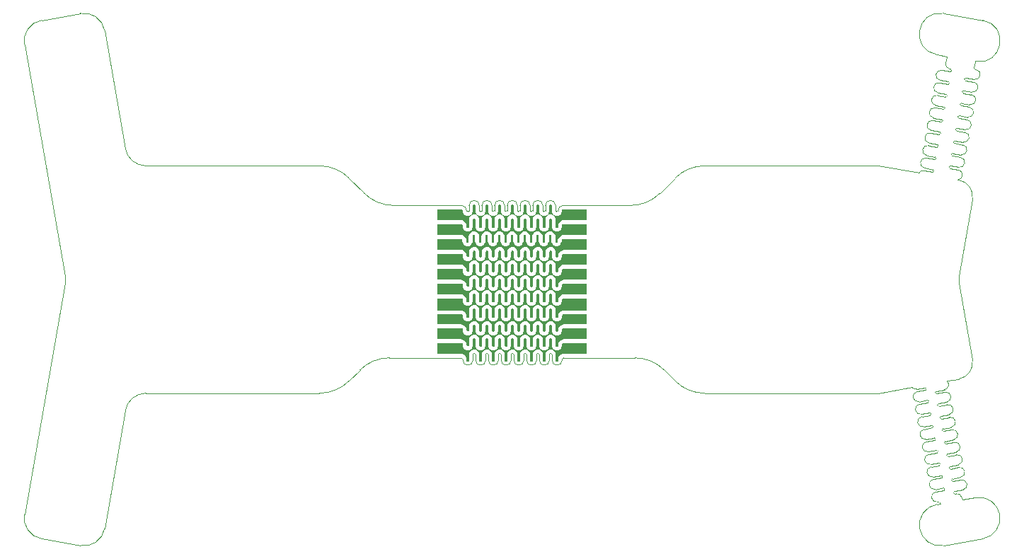
<source format=gbr>
G04*
G04 #@! TF.GenerationSoftware,Altium Limited,Altium Designer,23.7.1 (13)*
G04*
G04 Layer_Color=0*
%FSLAX25Y25*%
%MOIN*%
G70*
G04*
G04 #@! TF.SameCoordinates,9375ACE6-C2A6-4354-9E23-E0B222F175F8*
G04*
G04*
G04 #@! TF.FilePolarity,Positive*
G04*
G01*
G75*
%ADD74C,0.00100*%
G36*
X208220Y143530D02*
Y143280D01*
X208574Y142926D01*
X209075D01*
X209430Y143280D01*
Y143530D01*
D01*
Y145997D01*
X209476Y146463D01*
X209833Y147326D01*
X210493Y147986D01*
X211355Y148343D01*
X212289D01*
X213151Y147986D01*
X213811Y147326D01*
X214168Y146463D01*
X214214Y145997D01*
D01*
Y143530D01*
Y143280D01*
X214569Y142926D01*
X215070D01*
X215424Y143280D01*
Y143530D01*
D01*
X215424Y145997D01*
X215470Y146463D01*
X215827Y147326D01*
X216487Y147986D01*
X217350Y148343D01*
X218283D01*
X219145Y147986D01*
X219806Y147326D01*
X220163Y146463D01*
X220209Y145997D01*
X220209D01*
Y143530D01*
Y143280D01*
X220563Y142926D01*
X221064D01*
X221418Y143280D01*
Y143530D01*
X221418D01*
Y145997D01*
X221464Y146463D01*
X221822Y147326D01*
X222482Y147986D01*
X223344Y148343D01*
X224278D01*
X225140Y147986D01*
X225800Y147326D01*
X226157Y146463D01*
X226203Y145997D01*
X226203D01*
Y143530D01*
Y143280D01*
X226557Y142926D01*
X227059D01*
X227413Y143280D01*
Y143530D01*
X227413D01*
Y145997D01*
X227459Y146463D01*
X227816Y147326D01*
X228476Y147986D01*
X229339Y148343D01*
X230272D01*
X231134Y147986D01*
X231794Y147326D01*
X232152Y146463D01*
X232198Y145997D01*
D01*
Y143530D01*
Y143280D01*
X232552Y142926D01*
X233053D01*
X233407Y143280D01*
Y143530D01*
D01*
Y145997D01*
X233453Y146463D01*
X233811Y147326D01*
X234471Y147986D01*
X235333Y148343D01*
X236266D01*
X237129Y147986D01*
X237789Y147326D01*
X238146Y146463D01*
X238192Y145997D01*
D01*
Y143530D01*
Y143280D01*
X238546Y142926D01*
X239048D01*
X239402Y143280D01*
Y143530D01*
D01*
X239402Y145997D01*
X239448Y146463D01*
X239805Y147326D01*
X240465Y147986D01*
X241328Y148343D01*
X242261D01*
X243123Y147986D01*
X243783Y147326D01*
X244141Y146463D01*
X244186Y145997D01*
D01*
X244186Y143530D01*
Y143280D01*
X244541Y142926D01*
X245042D01*
X245396Y143280D01*
Y143530D01*
D01*
X245396Y145997D01*
X245442Y146463D01*
X245799Y147326D01*
X246460Y147986D01*
X247322Y148343D01*
X248255D01*
X249118Y147986D01*
X249778Y147326D01*
X250135Y146463D01*
X250181Y145997D01*
X250181D01*
Y143530D01*
Y143280D01*
X250535Y142926D01*
X251037D01*
X251391Y143280D01*
Y143530D01*
X251391D01*
X251391Y143913D01*
X251433Y144404D01*
X251802Y145314D01*
X252496Y146007D01*
X253405Y146377D01*
X253897Y146419D01*
Y146419D01*
X265073D01*
Y151631D01*
X253955D01*
X253830D01*
X253597Y151535D01*
X253419Y151357D01*
X253322Y151124D01*
Y150998D01*
D01*
Y150543D01*
X253276Y150075D01*
X252918Y149210D01*
X252256Y148548D01*
X251391Y148190D01*
X250454D01*
X249589Y148548D01*
X248927Y149210D01*
X248569Y150075D01*
X248523Y150543D01*
D01*
Y153717D01*
Y153963D01*
X248175Y154311D01*
X247684D01*
X247336Y153963D01*
Y153717D01*
D01*
X247336Y150543D01*
X247290Y150075D01*
X246931Y149210D01*
X246269Y148548D01*
X245404Y148190D01*
X244468D01*
X243603Y148548D01*
X242941Y149210D01*
X242583Y150075D01*
X242537Y150543D01*
D01*
X242537Y153717D01*
Y153963D01*
X242189Y154311D01*
X241697D01*
X241349Y153963D01*
Y153717D01*
D01*
X241349Y150543D01*
X241303Y150075D01*
X240945Y149210D01*
X240283Y148548D01*
X239418Y148190D01*
X238482D01*
X237617Y148548D01*
X236955Y149210D01*
X236596Y150075D01*
X236550Y150543D01*
D01*
X236550Y153717D01*
Y153963D01*
X236202Y154311D01*
X235711D01*
X235363Y153963D01*
Y153717D01*
D01*
Y150543D01*
X235317Y150075D01*
X234959Y149210D01*
X234296Y148548D01*
X233431Y148190D01*
X232495D01*
X231630Y148548D01*
X230968Y149210D01*
X230610Y150075D01*
X230564Y150543D01*
D01*
Y153717D01*
Y153963D01*
X230216Y154311D01*
X229724D01*
X229377Y153963D01*
Y153717D01*
D01*
Y150543D01*
X229330Y150075D01*
X228972Y149210D01*
X228310Y148548D01*
X227445Y148190D01*
X226509D01*
X225644Y148548D01*
X224982Y149210D01*
X224623Y150075D01*
X224577Y150543D01*
D01*
Y153717D01*
Y153963D01*
X224230Y154311D01*
X223738D01*
X223390Y153963D01*
Y153717D01*
D01*
X223390Y150543D01*
X223344Y150075D01*
X222986Y149210D01*
X222324Y148548D01*
X221459Y148190D01*
X220522D01*
X219657Y148548D01*
X218995Y149210D01*
X218637Y150075D01*
X218591Y150543D01*
D01*
Y153717D01*
Y153963D01*
X218243Y154311D01*
X217751D01*
X217404Y153963D01*
Y153717D01*
D01*
Y150543D01*
X217357Y150075D01*
X216999Y149210D01*
X216337Y148548D01*
X215472Y148190D01*
X214536D01*
X213671Y148548D01*
X213009Y149210D01*
X212651Y150075D01*
X212604Y150543D01*
D01*
X212604Y153717D01*
Y153963D01*
X212257Y154311D01*
X211765D01*
X211417Y153963D01*
Y153717D01*
D01*
X211417Y150543D01*
X211371Y150074D01*
X211010Y149206D01*
X210344Y148544D01*
X209474Y148188D01*
X208534Y148193D01*
X207669Y148559D01*
X207010Y149229D01*
X206659Y150101D01*
X206618Y150571D01*
Y150571D01*
X206618Y150990D01*
Y151114D01*
X206523Y151343D01*
X206348Y151518D01*
X206119Y151613D01*
X205995D01*
Y151613D01*
X194530D01*
Y146419D01*
X205791Y146419D01*
X206265Y146372D01*
X207140Y146009D01*
X207810Y145339D01*
X208173Y144464D01*
X208220Y143990D01*
X208220D01*
Y143530D01*
D02*
G37*
G36*
X208392Y94990D02*
X208346Y94864D01*
X208357Y94597D01*
X208469Y94354D01*
X208666Y94173D01*
X208917Y94080D01*
X209184Y94091D01*
X209427Y94203D01*
X209609Y94399D01*
X209655Y94525D01*
X209655Y94525D01*
Y97274D01*
X209700Y97736D01*
X210054Y98589D01*
X210706Y99241D01*
X211559Y99594D01*
X212482D01*
X213335Y99241D01*
X213988Y98589D01*
X214341Y97736D01*
X214387Y97274D01*
D01*
Y94525D01*
Y94399D01*
X214483Y94167D01*
X214660Y93990D01*
X214892Y93894D01*
X215144D01*
X215376Y93990D01*
X215553Y94167D01*
X215649Y94399D01*
Y94525D01*
X215649D01*
Y97274D01*
X215695Y97736D01*
X216048Y98589D01*
X216701Y99241D01*
X217554Y99594D01*
X218477D01*
X219330Y99241D01*
X219982Y98589D01*
X220336Y97736D01*
X220381Y97274D01*
X220381D01*
Y94525D01*
X220381Y94399D01*
X220477Y94168D01*
X220655Y93990D01*
X220886Y93894D01*
X221138Y93893D01*
X221370Y93989D01*
X221547Y94167D01*
X221644Y94399D01*
X221644Y94524D01*
X221644Y94524D01*
X221644Y97274D01*
X221689Y97736D01*
X222043Y98589D01*
X222695Y99241D01*
X223548Y99594D01*
X224471D01*
X225324Y99241D01*
X225977Y98589D01*
X226330Y97736D01*
X226376Y97274D01*
D01*
Y94525D01*
Y94399D01*
X226472Y94167D01*
X226649Y93990D01*
X226881Y93894D01*
X227133D01*
X227365Y93990D01*
X227542Y94167D01*
X227638Y94399D01*
Y94525D01*
D01*
Y97274D01*
X227684Y97736D01*
X228037Y98589D01*
X228690Y99241D01*
X229543Y99594D01*
X230466D01*
X231318Y99241D01*
X231971Y98589D01*
X232325Y97736D01*
X232370Y97274D01*
D01*
Y94525D01*
X232370Y94399D01*
X232466Y94168D01*
X232644Y93990D01*
X232876Y93894D01*
X233127D01*
X233359Y93990D01*
X233537Y94168D01*
X233633Y94399D01*
X233633Y94525D01*
X233633Y94525D01*
Y97274D01*
X233678Y97736D01*
X234032Y98588D01*
X234684Y99241D01*
X235537Y99594D01*
X236460D01*
X237313Y99241D01*
X237966Y98588D01*
X238319Y97736D01*
X238364Y97274D01*
X238364Y97274D01*
Y94525D01*
X238365Y94399D01*
X238461Y94168D01*
X238638Y93990D01*
X238870Y93894D01*
X239121D01*
X239353Y93990D01*
X239531Y94168D01*
X239627Y94399D01*
X239627Y94525D01*
X239627Y94525D01*
Y97274D01*
X239673Y97736D01*
X240026Y98589D01*
X240679Y99241D01*
X241531Y99594D01*
X242455D01*
X243307Y99241D01*
X243960Y98589D01*
X244314Y97736D01*
X244359Y97274D01*
D01*
Y94525D01*
X244359Y94399D01*
X244455Y94168D01*
X244633Y93990D01*
X244864Y93894D01*
X245115Y93893D01*
X245347Y93989D01*
X245525Y94167D01*
X245622Y94399D01*
X245622Y94524D01*
X245622Y94524D01*
X245622Y97274D01*
X245667Y97736D01*
X246020Y98588D01*
X246673Y99241D01*
X247526Y99594D01*
X248449Y99595D01*
X249302Y99242D01*
X249954Y98589D01*
X250308Y97736D01*
X250353Y97275D01*
X250353Y97275D01*
X250353Y94525D01*
X250353Y94399D01*
X250449Y94168D01*
X250627Y93990D01*
X250859Y93894D01*
X251110Y93893D01*
X251342Y93989D01*
X251520Y94167D01*
X251616Y94399D01*
X251616Y94524D01*
X251616Y94524D01*
X251616Y94948D01*
X251663Y95425D01*
X252028Y96306D01*
X252702Y96980D01*
X253583Y97345D01*
X254060Y97392D01*
D01*
X265073D01*
X265099Y97419D01*
Y102631D01*
X265073Y102658D01*
X254060D01*
X253926D01*
X253678Y102555D01*
X253488Y102365D01*
X253385Y102117D01*
Y101983D01*
D01*
Y101559D01*
X253340Y101097D01*
X252986Y100244D01*
X252333Y99591D01*
X251480Y99238D01*
X250556Y99238D01*
X249703Y99592D01*
X249051Y100245D01*
X248697Y101098D01*
X248652Y101560D01*
Y101560D01*
X248652Y103623D01*
Y103749D01*
X248555Y103982D01*
X248377Y104160D01*
X248145Y104256D01*
X247893D01*
X247661Y104160D01*
X247483Y103982D01*
X247386Y103749D01*
Y103623D01*
D01*
Y101560D01*
X247341Y101098D01*
X246987Y100245D01*
X246334Y99592D01*
X245481Y99238D01*
X244558D01*
X243705Y99592D01*
X243052Y100245D01*
X242698Y101098D01*
X242653Y101560D01*
D01*
X242653Y103623D01*
X242653Y103749D01*
X242556Y103982D01*
X242378Y104160D01*
X242146Y104256D01*
X241894D01*
X241662Y104160D01*
X241484Y103982D01*
X241387Y103749D01*
X241387Y103623D01*
Y103623D01*
Y101560D01*
X241342Y101098D01*
X240988Y100245D01*
X240335Y99592D01*
X239482Y99238D01*
X238559D01*
X237705Y99592D01*
X237052Y100245D01*
X236699Y101098D01*
X236654Y101560D01*
D01*
X236654Y103623D01*
Y103749D01*
X236557Y103982D01*
X236379Y104160D01*
X236147Y104256D01*
X235895Y104256D01*
X235663Y104160D01*
X235485Y103982D01*
X235388Y103750D01*
X235388Y103624D01*
X235388D01*
X235388Y101560D01*
X235343Y101098D01*
X234989Y100245D01*
X234336Y99592D01*
X233483Y99238D01*
X232559D01*
X231706Y99592D01*
X231053Y100245D01*
X230700Y101098D01*
X230655Y101560D01*
D01*
Y103623D01*
Y103749D01*
X230558Y103982D01*
X230380Y104160D01*
X230148Y104256D01*
X229896D01*
X229663Y104160D01*
X229485Y103982D01*
X229389Y103749D01*
Y103623D01*
D01*
X229389Y101560D01*
X229344Y101098D01*
X228990Y100245D01*
X228337Y99592D01*
X227484Y99238D01*
X226560D01*
X225707Y99592D01*
X225054Y100245D01*
X224701Y101098D01*
X224655Y101560D01*
D01*
X224655Y103623D01*
Y103749D01*
X224559Y103982D01*
X224381Y104160D01*
X224149Y104256D01*
X223897Y104256D01*
X223665Y104160D01*
X223487Y103982D01*
X223390Y103750D01*
X223390Y103624D01*
X223390D01*
X223390Y101560D01*
X223344Y101098D01*
X222991Y100245D01*
X222338Y99592D01*
X221485Y99238D01*
X220561D01*
X219708Y99592D01*
X219055Y100245D01*
X218702Y101098D01*
X218656Y101560D01*
D01*
Y103623D01*
Y103749D01*
X218560Y103982D01*
X218382Y104160D01*
X218149Y104256D01*
X217898D01*
X217665Y104160D01*
X217487Y103982D01*
X217391Y103749D01*
Y103623D01*
D01*
X217391Y101560D01*
X217345Y101098D01*
X216992Y100245D01*
X216339Y99592D01*
X215486Y99238D01*
X214562D01*
X213709Y99592D01*
X213056Y100245D01*
X212703Y101098D01*
X212657Y101560D01*
D01*
X212657Y103623D01*
Y103749D01*
X212561Y103982D01*
X212383Y104160D01*
X212151Y104256D01*
X211899Y104256D01*
X211666Y104160D01*
X211488Y103982D01*
X211392Y103750D01*
X211392Y103624D01*
X211392D01*
X211392Y101560D01*
X211346Y101098D01*
X210993Y100245D01*
X210340Y99592D01*
X209487Y99238D01*
X208563D01*
X207710Y99592D01*
X207057Y100245D01*
X206704Y101098D01*
X206658Y101560D01*
D01*
X206658Y102013D01*
X206658Y102144D01*
X206555Y102386D01*
X206366Y102569D01*
X206121Y102663D01*
X205989Y102658D01*
X205989Y102658D01*
X194597D01*
X194571Y102631D01*
X194578Y97419D01*
X194605Y97392D01*
X205990Y97392D01*
X206458Y97346D01*
X207324Y96987D01*
X207987Y96325D01*
X208346Y95459D01*
X208392Y94990D01*
X208392Y94990D01*
D02*
G37*
G36*
X208392Y102013D02*
X208347Y101887D01*
X208360Y101620D01*
X208474Y101378D01*
X208672Y101198D01*
X208924Y101108D01*
X209191Y101121D01*
X209433Y101236D01*
X209613Y101434D01*
X209658Y101560D01*
X209658Y101560D01*
X209658Y103623D01*
X209703Y104085D01*
X210057Y104938D01*
X210710Y105591D01*
X211563Y105945D01*
X212486D01*
X213339Y105591D01*
X213992Y104938D01*
X214346Y104085D01*
X214391Y103623D01*
D01*
Y101560D01*
X214391Y101434D01*
X214488Y101201D01*
X214665Y101023D01*
X214898Y100927D01*
X215149Y100927D01*
X215382Y101023D01*
X215560Y101201D01*
X215657Y101433D01*
X215657Y101559D01*
X215657Y101559D01*
X215657Y103623D01*
X215702Y104085D01*
X216056Y104938D01*
X216709Y105591D01*
X217562Y105945D01*
X218485D01*
X219338Y105591D01*
X219991Y104938D01*
X220345Y104085D01*
X220390Y103623D01*
D01*
Y101560D01*
Y101434D01*
X220487Y101201D01*
X220665Y101023D01*
X220897Y100927D01*
X221149D01*
X221381Y101023D01*
X221560Y101201D01*
X221656Y101434D01*
Y101560D01*
D01*
X221656Y103623D01*
X221701Y104085D01*
X222055Y104938D01*
X222708Y105591D01*
X223561Y105945D01*
X224484D01*
X225338Y105591D01*
X225991Y104938D01*
X226344Y104085D01*
X226389Y103623D01*
X226389D01*
Y101560D01*
Y101434D01*
X226486Y101201D01*
X226664Y101023D01*
X226896Y100927D01*
X227148D01*
X227381Y101023D01*
X227559Y101201D01*
X227655Y101434D01*
Y101560D01*
D01*
X227655Y103623D01*
X227700Y104085D01*
X228054Y104938D01*
X228707Y105591D01*
X229560Y105945D01*
X230483D01*
X231337Y105591D01*
X231990Y104938D01*
X232343Y104085D01*
X232388Y103623D01*
D01*
Y101560D01*
X232389Y101434D01*
X232485Y101201D01*
X232663Y101023D01*
X232895Y100927D01*
X233147D01*
X233380Y101023D01*
X233558Y101201D01*
X233654Y101434D01*
X233654Y101560D01*
X233654Y101560D01*
Y103623D01*
X233699Y104085D01*
X234053Y104938D01*
X234706Y105591D01*
X235559Y105945D01*
X236483D01*
X237336Y105591D01*
X237989Y104938D01*
X238342Y104085D01*
X238388Y103623D01*
D01*
Y101560D01*
X238388Y101434D01*
X238484Y101201D01*
X238662Y101023D01*
X238894Y100927D01*
X239146Y100927D01*
X239378Y101023D01*
X239556Y101201D01*
X239653Y101433D01*
X239653Y101559D01*
X239653Y101559D01*
X239653Y103623D01*
X239699Y104085D01*
X240052Y104938D01*
X240705Y105591D01*
X241558Y105945D01*
X242482D01*
X243335Y105591D01*
X243988Y104938D01*
X244341Y104085D01*
X244387Y103623D01*
D01*
Y101560D01*
Y101434D01*
X244483Y101201D01*
X244661Y101023D01*
X244894Y100927D01*
X245145D01*
X245378Y101023D01*
X245556Y101201D01*
X245652Y101434D01*
Y101560D01*
X245652D01*
Y103623D01*
X245698Y104085D01*
X246051Y104938D01*
X246704Y105591D01*
X247557Y105945D01*
X248481D01*
X249334Y105591D01*
X249987Y104938D01*
X250340Y104085D01*
X250386Y103623D01*
D01*
Y101560D01*
X250386Y101434D01*
X250482Y101201D01*
X250660Y101023D01*
X250893Y100927D01*
X251144D01*
X251377Y101023D01*
X251555Y101201D01*
X251651Y101434D01*
X251651Y101560D01*
X251651Y101560D01*
X251651Y101941D01*
X251690Y102417D01*
X252042Y103299D01*
X252708Y103977D01*
X253585Y104345D01*
X254060Y104392D01*
X254060Y104392D01*
X265073D01*
X265099Y104419D01*
Y109131D01*
X265073Y109158D01*
X254060D01*
X253922D01*
X253667Y109052D01*
X253472Y108857D01*
X253366Y108602D01*
Y108464D01*
D01*
Y108025D01*
X253321Y107562D01*
X252966Y106706D01*
X252311Y106051D01*
X251456Y105697D01*
X250530D01*
X249674Y106051D01*
X249019Y106706D01*
X248665Y107562D01*
X248619Y108025D01*
D01*
X248619Y111309D01*
X248619Y111433D01*
X248524Y111662D01*
X248349Y111838D01*
X248119Y111932D01*
X247872D01*
X247642Y111838D01*
X247467Y111662D01*
X247372Y111433D01*
X247372Y111309D01*
Y111309D01*
X247372Y108025D01*
X247326Y107562D01*
X246972Y106706D01*
X246317Y106051D01*
X245461Y105697D01*
X244535D01*
X243679Y106051D01*
X243025Y106706D01*
X242670Y107562D01*
X242625Y108025D01*
D01*
Y111309D01*
Y111433D01*
X242530Y111662D01*
X242354Y111838D01*
X242125Y111933D01*
X241877D01*
X241648Y111838D01*
X241472Y111662D01*
X241377Y111433D01*
Y111309D01*
D01*
Y108025D01*
X241332Y107562D01*
X240978Y106706D01*
X240323Y106051D01*
X239467Y105697D01*
X238541D01*
X237685Y106051D01*
X237030Y106706D01*
X236676Y107562D01*
X236630Y108025D01*
D01*
X236630Y111309D01*
X236630Y111433D01*
X236535Y111662D01*
X236360Y111838D01*
X236130Y111932D01*
X235883D01*
X235653Y111838D01*
X235478Y111662D01*
X235383Y111433D01*
X235383Y111309D01*
Y111309D01*
X235383Y108025D01*
X235337Y107562D01*
X234983Y106706D01*
X234328Y106051D01*
X233472Y105697D01*
X232546D01*
X231691Y106051D01*
X231036Y106706D01*
X230681Y107562D01*
X230636Y108025D01*
D01*
Y111309D01*
Y111433D01*
X230541Y111662D01*
X230365Y111838D01*
X230136Y111933D01*
X229888D01*
X229659Y111838D01*
X229484Y111662D01*
X229389Y111433D01*
Y111309D01*
D01*
Y108025D01*
X229343Y107562D01*
X228989Y106706D01*
X228334Y106051D01*
X227478Y105697D01*
X226552D01*
X225696Y106051D01*
X225041Y106706D01*
X224687Y107562D01*
X224641Y108025D01*
D01*
Y111309D01*
Y111433D01*
X224546Y111662D01*
X224371Y111838D01*
X224142Y111933D01*
X223894D01*
X223664Y111838D01*
X223489Y111662D01*
X223394Y111433D01*
Y111309D01*
D01*
Y108025D01*
X223348Y107562D01*
X222994Y106706D01*
X222339Y106051D01*
X221483Y105697D01*
X220557D01*
X219702Y106051D01*
X219047Y106706D01*
X218692Y107562D01*
X218647Y108025D01*
D01*
X218647Y111309D01*
X218647Y111433D01*
X218552Y111662D01*
X218376Y111838D01*
X218147Y111932D01*
X217899D01*
X217670Y111838D01*
X217495Y111662D01*
X217400Y111433D01*
X217400Y111309D01*
Y111309D01*
X217400Y108025D01*
X217354Y107562D01*
X217000Y106706D01*
X216345Y106051D01*
X215489Y105697D01*
X214563D01*
X213707Y106051D01*
X213052Y106706D01*
X212698Y107562D01*
X212652Y108025D01*
D01*
Y111309D01*
Y111433D01*
X212557Y111662D01*
X212382Y111838D01*
X212153Y111933D01*
X211905D01*
X211676Y111838D01*
X211500Y111662D01*
X211405Y111433D01*
Y111309D01*
D01*
Y108025D01*
X211360Y107562D01*
X211005Y106706D01*
X210350Y106051D01*
X209494Y105697D01*
X208568D01*
X207713Y106051D01*
X207058Y106706D01*
X206703Y107562D01*
X206658Y108025D01*
D01*
X206658Y108490D01*
Y108623D01*
X206556Y108868D01*
X206368Y109056D01*
X206123Y109158D01*
X205990D01*
Y109158D01*
X194588D01*
X194562Y109131D01*
X194569Y104419D01*
X194595Y104392D01*
X206000Y104392D01*
X206466Y104349D01*
X207328Y103996D01*
X207989Y103339D01*
X208346Y102478D01*
X208392Y102013D01*
X208392D01*
D02*
G37*
G36*
X208434Y87560D02*
X208434Y87990D01*
X208387Y88467D01*
X208022Y89349D01*
X207346Y90024D01*
X206464Y90388D01*
X205986Y90434D01*
X205986Y90434D01*
X194614Y90419D01*
X194607Y95631D01*
X205990Y95631D01*
X206117D01*
X206353Y95534D01*
X206534Y95353D01*
X206631Y95117D01*
Y94990D01*
X206631D01*
Y94525D01*
X206677Y94058D01*
X207034Y93196D01*
X207694Y92536D01*
X208557Y92179D01*
X209490D01*
X210353Y92536D01*
X211013Y93196D01*
X211370Y94058D01*
X211416Y94525D01*
D01*
Y97274D01*
Y97525D01*
X211770Y97879D01*
X212271D01*
X212626Y97525D01*
Y97274D01*
D01*
Y94525D01*
X212672Y94058D01*
X213029Y93196D01*
X213689Y92536D01*
X214551Y92179D01*
X215485D01*
X216347Y92536D01*
X217007Y93196D01*
X217364Y94058D01*
X217410Y94525D01*
D01*
Y97274D01*
Y97525D01*
X217765Y97879D01*
X218266D01*
X218620Y97525D01*
Y97274D01*
D01*
X218620Y94525D01*
X218666Y94058D01*
X219023Y93196D01*
X219683Y92536D01*
X220546Y92179D01*
X221479D01*
X222342Y92536D01*
X223002Y93196D01*
X223359Y94058D01*
X223405Y94525D01*
D01*
X223405Y97274D01*
Y97525D01*
X223759Y97879D01*
X224260D01*
X224615Y97525D01*
Y97274D01*
X224615D01*
Y94525D01*
X224661Y94058D01*
X225018Y93196D01*
X225678Y92536D01*
X226540Y92179D01*
X227474D01*
X228336Y92536D01*
X228996Y93196D01*
X229353Y94058D01*
X229399Y94525D01*
D01*
Y97274D01*
Y97525D01*
X229754Y97879D01*
X230255D01*
X230609Y97525D01*
Y97274D01*
D01*
X230609Y94525D01*
X230655Y94058D01*
X231012Y93196D01*
X231672Y92536D01*
X232535Y92179D01*
X233468D01*
X234331Y92536D01*
X234991Y93196D01*
X235348Y94058D01*
X235394Y94525D01*
D01*
X235394Y97274D01*
Y97525D01*
X235748Y97879D01*
X236249D01*
X236603Y97525D01*
Y97274D01*
D01*
X236603Y94525D01*
X236649Y94058D01*
X237007Y93196D01*
X237667Y92536D01*
X238529Y92179D01*
X239463D01*
X240325Y92536D01*
X240985Y93196D01*
X241342Y94058D01*
X241388Y94525D01*
D01*
Y97274D01*
Y97525D01*
X241742Y97879D01*
X242244D01*
X242598Y97525D01*
Y97274D01*
D01*
Y94525D01*
X242644Y94058D01*
X243001Y93196D01*
X243661Y92536D01*
X244524Y92179D01*
X245457D01*
X246319Y92536D01*
X246979Y93196D01*
X247337Y94058D01*
X247383Y94525D01*
D01*
Y97274D01*
Y97525D01*
X247737Y97879D01*
X248238D01*
X248592Y97525D01*
Y97274D01*
X248592D01*
Y94525D01*
X248638Y94058D01*
X248996Y93196D01*
X249656Y92536D01*
X250518Y92179D01*
X251451D01*
X252314Y92536D01*
X252974Y93196D01*
X253331Y94058D01*
X253377Y94525D01*
D01*
X253377Y94948D01*
Y95084D01*
X253481Y95335D01*
X253673Y95527D01*
X253924Y95631D01*
X254060D01*
D01*
X265073D01*
Y90434D01*
X254060Y90434D01*
X253586Y90388D01*
X252710Y90025D01*
X252040Y89355D01*
X251677Y88479D01*
X251631Y88005D01*
X251631D01*
Y87560D01*
Y87312D01*
X251280Y86961D01*
X250784D01*
X250434Y87312D01*
Y87560D01*
D01*
X250434Y90274D01*
X250388Y90743D01*
X250029Y91608D01*
X249367Y92271D01*
X248501Y92630D01*
X247564D01*
X246698Y92271D01*
X246036Y91608D01*
X245677Y90743D01*
X245631Y90274D01*
D01*
X245631Y87560D01*
Y87312D01*
X245280Y86962D01*
X244785D01*
X244434Y87312D01*
Y87560D01*
D01*
Y90274D01*
X244388Y90743D01*
X244029Y91608D01*
X243367Y92271D01*
X242501Y92630D01*
X241564D01*
X240698Y92271D01*
X240036Y91608D01*
X239677Y90743D01*
X239631Y90274D01*
D01*
X239631Y87560D01*
Y87312D01*
X239280Y86962D01*
X238785D01*
X238434Y87312D01*
Y87560D01*
D01*
Y90274D01*
X238388Y90743D01*
X238029Y91608D01*
X237367Y92271D01*
X236501Y92630D01*
X235564D01*
X234698Y92271D01*
X234036Y91608D01*
X233677Y90743D01*
X233631Y90274D01*
D01*
X233631Y87560D01*
Y87312D01*
X233280Y86962D01*
X232785D01*
X232434Y87312D01*
Y87560D01*
D01*
X232434Y90274D01*
X232388Y90743D01*
X232029Y91608D01*
X231367Y92271D01*
X230501Y92630D01*
X229564D01*
X228698Y92271D01*
X228036Y91608D01*
X227677Y90743D01*
X227631Y90274D01*
D01*
Y87560D01*
Y87312D01*
X227280Y86961D01*
X226785D01*
X226434Y87312D01*
Y87560D01*
D01*
X226434Y90274D01*
X226388Y90743D01*
X226029Y91608D01*
X225367Y92271D01*
X224501Y92630D01*
X223564D01*
X222698Y92271D01*
X222036Y91608D01*
X221677Y90743D01*
X221631Y90274D01*
D01*
Y87560D01*
Y87312D01*
X221281Y86962D01*
X220785D01*
X220434Y87312D01*
Y87560D01*
D01*
X220434Y90274D01*
X220388Y90743D01*
X220029Y91608D01*
X219367Y92271D01*
X218501Y92630D01*
X217564D01*
X216699Y92271D01*
X216036Y91608D01*
X215677Y90743D01*
X215631Y90274D01*
D01*
X215631Y87560D01*
Y87312D01*
X215281Y86962D01*
X214785D01*
X214434Y87312D01*
Y87560D01*
D01*
Y90274D01*
X214388Y90743D01*
X214030Y91608D01*
X213367Y92271D01*
X212501Y92630D01*
X211564D01*
X210699Y92271D01*
X210036Y91608D01*
X209677Y90743D01*
X209631Y90274D01*
D01*
Y87560D01*
Y87312D01*
X209281Y86962D01*
X208785D01*
X208434Y87312D01*
Y87560D01*
D01*
D02*
G37*
G36*
X208408Y129990D02*
X208365Y129866D01*
X208381Y129603D01*
X208497Y129367D01*
X208694Y129193D01*
X208942Y129107D01*
X209205Y129124D01*
X209441Y129239D01*
X209615Y129436D01*
X209658Y129560D01*
X209658Y129560D01*
Y132320D01*
X209703Y132784D01*
X210058Y133640D01*
X210713Y134295D01*
X211569Y134649D01*
X212496D01*
X213352Y134295D01*
X214007Y133640D01*
X214362Y132784D01*
X214408Y132320D01*
X214408Y132320D01*
Y129560D01*
X214408Y129436D01*
X214503Y129206D01*
X214679Y129031D01*
X214909Y128936D01*
X215157D01*
X215387Y129031D01*
X215562Y129206D01*
X215658Y129436D01*
X215658Y129560D01*
X215658Y129560D01*
Y132320D01*
X215703Y132784D01*
X216058Y133640D01*
X216713Y134295D01*
X217569Y134650D01*
X218496Y134650D01*
X219352Y134295D01*
X220007Y133640D01*
X220362Y132784D01*
X220408Y132321D01*
X220408Y132321D01*
X220408Y129560D01*
Y129436D01*
X220503Y129206D01*
X220679Y129030D01*
X220908Y128935D01*
X221157D01*
X221387Y129030D01*
X221563Y129206D01*
X221658Y129436D01*
Y129560D01*
D01*
Y132320D01*
X221703Y132784D01*
X222058Y133640D01*
X222713Y134295D01*
X223569Y134650D01*
X224496D01*
X225352Y134295D01*
X226008Y133640D01*
X226362Y132784D01*
X226408Y132320D01*
D01*
X226408Y129560D01*
Y129436D01*
X226503Y129206D01*
X226679Y129030D01*
X226909Y128935D01*
X227157D01*
X227387Y129030D01*
X227563Y129206D01*
X227658Y129436D01*
Y129560D01*
D01*
Y132320D01*
X227703Y132784D01*
X228058Y133640D01*
X228713Y134295D01*
X229570Y134650D01*
X230496D01*
X231352Y134295D01*
X232008Y133640D01*
X232362Y132784D01*
X232408Y132320D01*
X232408D01*
Y129560D01*
Y129436D01*
X232503Y129206D01*
X232679Y129030D01*
X232909Y128935D01*
X233157D01*
X233387Y129030D01*
X233563Y129206D01*
X233658Y129436D01*
Y129560D01*
D01*
Y132320D01*
X233703Y132784D01*
X234058Y133640D01*
X234713Y134295D01*
X235570Y134649D01*
X236496D01*
X237352Y134295D01*
X238008Y133640D01*
X238362Y132784D01*
X238408Y132320D01*
X238408Y132320D01*
Y129560D01*
Y129436D01*
X238503Y129206D01*
X238679Y129030D01*
X238909Y128935D01*
X239157D01*
X239387Y129030D01*
X239563Y129206D01*
X239658Y129436D01*
Y129560D01*
D01*
Y132320D01*
X239703Y132784D01*
X240058Y133640D01*
X240713Y134295D01*
X241569Y134650D01*
X242496D01*
X243352Y134295D01*
X244008Y133640D01*
X244362Y132784D01*
X244408Y132320D01*
D01*
Y129560D01*
Y129436D01*
X244503Y129206D01*
X244679Y129030D01*
X244909Y128935D01*
X245157D01*
X245387Y129030D01*
X245563Y129206D01*
X245658Y129436D01*
Y129560D01*
D01*
Y132320D01*
X245703Y132784D01*
X246058Y133640D01*
X246713Y134295D01*
X247569Y134650D01*
X248496Y134650D01*
X249352Y134295D01*
X250007Y133640D01*
X250362Y132784D01*
X250408Y132321D01*
X250408Y132321D01*
X250408Y129560D01*
Y129436D01*
X250503Y129206D01*
X250679Y129030D01*
X250909Y128935D01*
X251157D01*
X251387Y129030D01*
X251563Y129206D01*
X251658Y129436D01*
Y129560D01*
D01*
Y130006D01*
X251704Y130474D01*
X252063Y131340D01*
X252725Y132003D01*
X253591Y132362D01*
X254060Y132408D01*
X254060Y132408D01*
X265073D01*
X265099Y132435D01*
Y137631D01*
X265073Y137658D01*
X254054D01*
X253922D01*
X253676Y137556D01*
X253488Y137368D01*
X253387Y137123D01*
Y136990D01*
D01*
Y136560D01*
X253341Y136098D01*
X252988Y135245D01*
X252335Y134592D01*
X251481Y134238D01*
X250558D01*
X249704Y134592D01*
X249051Y135245D01*
X248698Y136098D01*
X248652Y136560D01*
D01*
X248652Y138555D01*
Y138681D01*
X248556Y138913D01*
X248378Y139091D01*
X248145Y139187D01*
X247894D01*
X247661Y139091D01*
X247483Y138913D01*
X247387Y138681D01*
Y138555D01*
D01*
Y136560D01*
X247341Y136098D01*
X246988Y135245D01*
X246335Y134592D01*
X245481Y134238D01*
X244558D01*
X243704Y134592D01*
X243051Y135245D01*
X242698Y136098D01*
X242652Y136560D01*
D01*
Y138555D01*
Y138681D01*
X242556Y138913D01*
X242378Y139091D01*
X242145Y139187D01*
X241894D01*
X241661Y139091D01*
X241483Y138913D01*
X241387Y138681D01*
Y138555D01*
D01*
X241387Y136560D01*
X241341Y136098D01*
X240988Y135245D01*
X240335Y134592D01*
X239481Y134238D01*
X238558D01*
X237704Y134592D01*
X237051Y135245D01*
X236698Y136098D01*
X236652Y136560D01*
D01*
X236652Y138555D01*
Y138680D01*
X236556Y138913D01*
X236378Y139091D01*
X236146Y139187D01*
X235894Y139188D01*
X235661Y139091D01*
X235483Y138914D01*
X235387Y138681D01*
X235387Y138555D01*
X235387D01*
X235387Y136560D01*
X235341Y136098D01*
X234988Y135245D01*
X234335Y134592D01*
X233481Y134238D01*
X232558D01*
X231704Y134592D01*
X231051Y135245D01*
X230698Y136098D01*
X230652Y136560D01*
D01*
Y138555D01*
Y138681D01*
X230556Y138913D01*
X230378Y139091D01*
X230145Y139187D01*
X229893D01*
X229661Y139091D01*
X229483Y138913D01*
X229387Y138681D01*
Y138555D01*
D01*
X229387Y136560D01*
X229341Y136098D01*
X228988Y135245D01*
X228335Y134592D01*
X227481Y134238D01*
X226558D01*
X225704Y134592D01*
X225051Y135245D01*
X224698Y136098D01*
X224652Y136560D01*
D01*
Y138555D01*
Y138681D01*
X224556Y138913D01*
X224378Y139091D01*
X224145Y139187D01*
X223893D01*
X223661Y139091D01*
X223483Y138913D01*
X223387Y138681D01*
Y138555D01*
D01*
Y136560D01*
X223341Y136098D01*
X222988Y135245D01*
X222335Y134592D01*
X221481Y134238D01*
X220558D01*
X219704Y134592D01*
X219051Y135245D01*
X218698Y136098D01*
X218652Y136560D01*
D01*
X218652Y138555D01*
Y138681D01*
X218556Y138913D01*
X218378Y139091D01*
X218145Y139187D01*
X217894D01*
X217661Y139091D01*
X217483Y138913D01*
X217387Y138681D01*
Y138555D01*
D01*
Y136560D01*
X217341Y136098D01*
X216988Y135245D01*
X216335Y134592D01*
X215481Y134238D01*
X214558D01*
X213704Y134592D01*
X213051Y135245D01*
X212698Y136098D01*
X212652Y136560D01*
D01*
X212652Y138555D01*
Y138681D01*
X212556Y138913D01*
X212378Y139091D01*
X212145Y139187D01*
X211894D01*
X211661Y139091D01*
X211483Y138913D01*
X211387Y138681D01*
Y138555D01*
D01*
Y136560D01*
X211341Y136098D01*
X210988Y135245D01*
X210334Y134592D01*
X209481Y134238D01*
X208558D01*
X207704Y134592D01*
X207051Y135245D01*
X206698Y136098D01*
X206652Y136560D01*
D01*
X206652Y136990D01*
Y137123D01*
X206551Y137368D01*
X206363Y137556D01*
X206117Y137658D01*
X205984D01*
Y137658D01*
X194549D01*
X194523Y137631D01*
X194530Y132419D01*
X194556Y132392D01*
X205983Y132408D01*
X206456Y132363D01*
X207330Y132003D01*
X207999Y131335D01*
X208361Y130463D01*
X208408Y129990D01*
X208408D01*
D02*
G37*
G36*
X208392Y122990D02*
X208349Y122864D01*
X208367Y122599D01*
X208484Y122360D01*
X208684Y122185D01*
X208936Y122099D01*
X209201Y122117D01*
X209440Y122234D01*
X209615Y122434D01*
X209658Y122560D01*
X209658Y122560D01*
Y125309D01*
X209703Y125771D01*
X210057Y126624D01*
X210710Y127278D01*
X211563Y127631D01*
X212487D01*
X213340Y127278D01*
X213993Y126624D01*
X214347Y125771D01*
X214392Y125309D01*
D01*
Y122560D01*
Y122434D01*
X214489Y122202D01*
X214667Y122024D01*
X214899Y121927D01*
X215151D01*
X215383Y122024D01*
X215561Y122202D01*
X215658Y122434D01*
Y122560D01*
D01*
Y125309D01*
X215703Y125771D01*
X216057Y126624D01*
X216710Y127277D01*
X217563Y127631D01*
X218487D01*
X219340Y127277D01*
X219993Y126624D01*
X220347Y125771D01*
X220392Y125309D01*
X220392Y125309D01*
Y122560D01*
Y122434D01*
X220489Y122202D01*
X220667Y122024D01*
X220899Y121927D01*
X221151D01*
X221383Y122024D01*
X221561Y122202D01*
X221658Y122434D01*
Y122560D01*
D01*
Y125309D01*
X221703Y125771D01*
X222057Y126624D01*
X222710Y127277D01*
X223563Y127631D01*
X224486Y127631D01*
X225340Y127278D01*
X225993Y126625D01*
X226346Y125772D01*
X226392Y125310D01*
X226392Y125310D01*
X226392Y122560D01*
Y122434D01*
X226488Y122202D01*
X226666Y122024D01*
X226899Y121927D01*
X227151D01*
X227383Y122024D01*
X227561Y122202D01*
X227658Y122434D01*
Y122560D01*
D01*
Y125309D01*
X227703Y125771D01*
X228057Y126624D01*
X228710Y127277D01*
X229563Y127631D01*
X230487D01*
X231340Y127277D01*
X231993Y126624D01*
X232347Y125771D01*
X232392Y125309D01*
X232392Y125309D01*
Y122560D01*
Y122434D01*
X232488Y122202D01*
X232666Y122024D01*
X232899Y121927D01*
X233151D01*
X233383Y122024D01*
X233561Y122202D01*
X233658Y122434D01*
Y122560D01*
D01*
Y125309D01*
X233703Y125771D01*
X234057Y126624D01*
X234710Y127277D01*
X235563Y127631D01*
X236486Y127631D01*
X237340Y127278D01*
X237993Y126625D01*
X238347Y125772D01*
X238392Y125310D01*
X238392Y125310D01*
X238392Y122560D01*
Y122434D01*
X238489Y122202D01*
X238667Y122024D01*
X238899Y121927D01*
X239151D01*
X239383Y122024D01*
X239561Y122202D01*
X239658Y122434D01*
Y122560D01*
D01*
Y125309D01*
X239703Y125771D01*
X240057Y126624D01*
X240710Y127278D01*
X241563Y127631D01*
X242487D01*
X243340Y127278D01*
X243993Y126624D01*
X244347Y125771D01*
X244392Y125309D01*
D01*
Y122560D01*
Y122434D01*
X244489Y122202D01*
X244667Y122024D01*
X244899Y121927D01*
X245151D01*
X245383Y122024D01*
X245561Y122202D01*
X245658Y122434D01*
Y122560D01*
D01*
Y125309D01*
X245703Y125771D01*
X246057Y126624D01*
X246710Y127277D01*
X247563Y127631D01*
X248487D01*
X249340Y127277D01*
X249993Y126624D01*
X250347Y125771D01*
X250392Y125309D01*
X250392Y125309D01*
Y122560D01*
Y122434D01*
X250488Y122202D01*
X250666Y122024D01*
X250899Y121927D01*
X251151D01*
X251383Y122024D01*
X251561Y122202D01*
X251658Y122434D01*
Y122560D01*
D01*
Y122990D01*
X251704Y123459D01*
X252063Y124325D01*
X252725Y124987D01*
X253591Y125346D01*
X254060Y125392D01*
X254060Y125392D01*
X265073D01*
X265099Y125419D01*
Y130631D01*
X265073Y130658D01*
X254060D01*
X253930D01*
X253691Y130559D01*
X253507Y130375D01*
X253408Y130136D01*
Y130006D01*
D01*
X253408Y129560D01*
X253362Y129097D01*
X253008Y128241D01*
X252352Y127585D01*
X251496Y127231D01*
X250570D01*
X249713Y127585D01*
X249058Y128241D01*
X248703Y129097D01*
X248658Y129560D01*
D01*
Y132320D01*
Y132445D01*
X248563Y132674D01*
X248387Y132850D01*
X248157Y132945D01*
X247909D01*
X247679Y132850D01*
X247503Y132674D01*
X247408Y132445D01*
Y132320D01*
D01*
X247408Y129560D01*
X247362Y129097D01*
X247008Y128241D01*
X246352Y127586D01*
X245496Y127231D01*
X244569D01*
X243713Y127586D01*
X243058Y128241D01*
X242704Y129097D01*
X242658Y129560D01*
Y129560D01*
Y132320D01*
Y132445D01*
X242563Y132674D01*
X242387Y132850D01*
X242157Y132945D01*
X241909D01*
X241679Y132850D01*
X241503Y132674D01*
X241408Y132445D01*
Y132320D01*
D01*
X241408Y129560D01*
X241362Y129097D01*
X241008Y128241D01*
X240352Y127585D01*
X239496Y127231D01*
X238569D01*
X237713Y127585D01*
X237058Y128241D01*
X236703Y129097D01*
X236658Y129560D01*
D01*
Y132320D01*
Y132445D01*
X236563Y132674D01*
X236387Y132850D01*
X236157Y132945D01*
X235909D01*
X235679Y132850D01*
X235503Y132674D01*
X235408Y132445D01*
Y132320D01*
D01*
Y129560D01*
X235362Y129097D01*
X235008Y128241D01*
X234352Y127585D01*
X233496Y127231D01*
X232570D01*
X231713Y127585D01*
X231058Y128241D01*
X230703Y129097D01*
X230658Y129560D01*
D01*
X230658Y132320D01*
Y132445D01*
X230563Y132674D01*
X230387Y132850D01*
X230157Y132945D01*
X229909D01*
X229679Y132850D01*
X229503Y132674D01*
X229408Y132445D01*
Y132320D01*
D01*
Y129560D01*
X229362Y129097D01*
X229008Y128241D01*
X228352Y127585D01*
X227496Y127231D01*
X226570D01*
X225713Y127585D01*
X225058Y128241D01*
X224703Y129097D01*
X224658Y129560D01*
D01*
X224658Y132320D01*
Y132445D01*
X224563Y132674D01*
X224387Y132850D01*
X224157Y132945D01*
X223909D01*
X223679Y132850D01*
X223503Y132674D01*
X223408Y132445D01*
Y132320D01*
D01*
X223408Y129560D01*
X223362Y129097D01*
X223008Y128241D01*
X222352Y127585D01*
X221496Y127231D01*
X220569D01*
X219713Y127585D01*
X219058Y128241D01*
X218703Y129097D01*
X218658Y129560D01*
D01*
Y132320D01*
Y132445D01*
X218563Y132674D01*
X218387Y132850D01*
X218157Y132945D01*
X217909D01*
X217679Y132850D01*
X217503Y132674D01*
X217408Y132445D01*
Y132320D01*
D01*
X217408Y129560D01*
X217362Y129097D01*
X217007Y128241D01*
X216352Y127586D01*
X215496Y127231D01*
X214569D01*
X213713Y127586D01*
X213058Y128241D01*
X212703Y129097D01*
X212658Y129560D01*
Y129560D01*
Y132320D01*
Y132445D01*
X212563Y132674D01*
X212387Y132850D01*
X212157Y132945D01*
X211909D01*
X211679Y132850D01*
X211503Y132674D01*
X211408Y132445D01*
Y132320D01*
D01*
X211408Y129560D01*
X211362Y129097D01*
X211008Y128241D01*
X210352Y127585D01*
X209496Y127231D01*
X208570D01*
X207713Y127585D01*
X207058Y128241D01*
X206703Y129097D01*
X206658Y129560D01*
D01*
X206658Y129990D01*
Y130123D01*
X206556Y130368D01*
X206368Y130556D01*
X206123Y130658D01*
X205990D01*
Y130658D01*
X194559D01*
X194532Y130631D01*
X194539Y125419D01*
X194566Y125392D01*
X205990Y125392D01*
X206458Y125346D01*
X207324Y124987D01*
X207987Y124325D01*
X208346Y123459D01*
X208392Y122990D01*
X208392Y122990D01*
D02*
G37*
G36*
X208419Y115525D02*
Y115990D01*
X208372Y116464D01*
X208009Y117339D01*
X207339Y118009D01*
X206464Y118372D01*
X205990Y118419D01*
X205990D01*
X194576D01*
X194569Y123631D01*
X205990D01*
X206117D01*
X206353Y123534D01*
X206534Y123353D01*
X206631Y123117D01*
Y122990D01*
Y122990D01*
Y122560D01*
X206677Y122093D01*
X207035Y121230D01*
X207695Y120570D01*
X208558Y120212D01*
X209492D01*
X210355Y120570D01*
X211015Y121230D01*
X211373Y122093D01*
X211419Y122560D01*
D01*
X211419Y125309D01*
Y125560D01*
X211774Y125916D01*
X212276D01*
X212631Y125560D01*
Y125309D01*
D01*
Y122560D01*
X212677Y122093D01*
X213035Y121230D01*
X213695Y120570D01*
X214558Y120212D01*
X215492D01*
X216355Y120570D01*
X217015Y121230D01*
X217373Y122093D01*
X217419Y122560D01*
X217419D01*
Y125309D01*
Y125560D01*
X217774Y125916D01*
X218276D01*
X218631Y125560D01*
Y125309D01*
D01*
Y122560D01*
X218677Y122093D01*
X219035Y121230D01*
X219695Y120570D01*
X220558Y120212D01*
X221492D01*
X222355Y120570D01*
X223015Y121230D01*
X223373Y122093D01*
X223419Y122560D01*
D01*
X223419Y125309D01*
Y125560D01*
X223774Y125916D01*
X224276D01*
X224631Y125560D01*
Y125309D01*
D01*
Y122560D01*
X224677Y122093D01*
X225035Y121230D01*
X225695Y120570D01*
X226558Y120212D01*
X227492D01*
X228355Y120570D01*
X229015Y121230D01*
X229373Y122093D01*
X229419Y122560D01*
D01*
Y125309D01*
Y125560D01*
X229774Y125916D01*
X230276D01*
X230631Y125560D01*
Y125309D01*
D01*
Y122560D01*
X230677Y122093D01*
X231035Y121230D01*
X231695Y120570D01*
X232558Y120212D01*
X233492D01*
X234355Y120570D01*
X235015Y121230D01*
X235373Y122093D01*
X235419Y122560D01*
X235419D01*
Y125309D01*
Y125560D01*
X235774Y125916D01*
X236276D01*
X236631Y125560D01*
Y125309D01*
D01*
Y122560D01*
X236677Y122093D01*
X237035Y121230D01*
X237695Y120570D01*
X238558Y120212D01*
X239492D01*
X240355Y120570D01*
X241015Y121230D01*
X241373Y122093D01*
X241419Y122560D01*
D01*
X241419Y125309D01*
Y125560D01*
X241774Y125916D01*
X242276D01*
X242631Y125560D01*
Y125309D01*
D01*
Y122560D01*
X242677Y122093D01*
X243035Y121230D01*
X243695Y120570D01*
X244558Y120212D01*
X245492D01*
X246355Y120570D01*
X247015Y121230D01*
X247373Y122093D01*
X247419Y122560D01*
X247419D01*
Y125309D01*
Y125560D01*
X247774Y125916D01*
X248276D01*
X248631Y125560D01*
Y125309D01*
D01*
Y122560D01*
X248677Y122093D01*
X249035Y121230D01*
X249695Y120570D01*
X250558Y120212D01*
X251492D01*
X252355Y120570D01*
X253015Y121230D01*
X253373Y122093D01*
X253419Y122560D01*
D01*
X253419Y122990D01*
Y123118D01*
X253516Y123353D01*
X253697Y123534D01*
X253932Y123631D01*
X254060D01*
X254060Y123631D01*
X265073D01*
Y118419D01*
X254060Y118419D01*
X253586Y118372D01*
X252711Y118009D01*
X252041Y117339D01*
X251678Y116464D01*
X251631Y115990D01*
Y115990D01*
Y115525D01*
Y115274D01*
X251276Y114919D01*
X250774D01*
X250419Y115274D01*
Y115525D01*
D01*
Y118309D01*
X250373Y118776D01*
X250015Y119639D01*
X249355Y120300D01*
X248492Y120657D01*
X247558D01*
X246695Y120300D01*
X246035Y119639D01*
X245677Y118776D01*
X245631Y118309D01*
D01*
X245631Y115525D01*
Y115274D01*
X245276Y114919D01*
X244774D01*
X244419Y115274D01*
Y115525D01*
D01*
Y118309D01*
X244373Y118776D01*
X244015Y119639D01*
X243355Y120300D01*
X242492Y120657D01*
X241558D01*
X240695Y120300D01*
X240035Y119639D01*
X239677Y118776D01*
X239631Y118309D01*
D01*
Y115525D01*
Y115274D01*
X239276Y114919D01*
X238774D01*
X238419Y115274D01*
Y115525D01*
D01*
X238419Y118309D01*
X238373Y118776D01*
X238015Y119639D01*
X237355Y120300D01*
X236492Y120657D01*
X235558D01*
X234695Y120300D01*
X234035Y119639D01*
X233677Y118776D01*
X233631Y118309D01*
D01*
Y115525D01*
Y115274D01*
X233276Y114919D01*
X232774D01*
X232419Y115274D01*
Y115525D01*
D01*
Y118309D01*
X232373Y118776D01*
X232015Y119639D01*
X231355Y120300D01*
X230492Y120657D01*
X229558D01*
X228695Y120300D01*
X228035Y119639D01*
X227677Y118776D01*
X227631Y118309D01*
D01*
X227631Y115525D01*
Y115274D01*
X227276Y114919D01*
X226774D01*
X226419Y115274D01*
Y115525D01*
D01*
X226419Y118309D01*
X226373Y118776D01*
X226015Y119639D01*
X225355Y120300D01*
X224492Y120657D01*
X223558D01*
X222695Y120300D01*
X222035Y119639D01*
X221677Y118776D01*
X221631Y118309D01*
D01*
Y115525D01*
Y115274D01*
X221276Y114919D01*
X220774D01*
X220419Y115274D01*
Y115525D01*
D01*
Y118309D01*
X220373Y118776D01*
X220015Y119639D01*
X219355Y120300D01*
X218492Y120657D01*
X217558D01*
X216695Y120300D01*
X216035Y119639D01*
X215677Y118776D01*
X215631Y118309D01*
D01*
X215631Y115525D01*
Y115274D01*
X215276Y114919D01*
X214774D01*
X214419Y115274D01*
Y115525D01*
D01*
Y118309D01*
X214373Y118776D01*
X214015Y119639D01*
X213355Y120300D01*
X212492Y120657D01*
X211558D01*
X210695Y120300D01*
X210035Y119639D01*
X209677Y118776D01*
X209631Y118309D01*
D01*
Y115525D01*
Y115274D01*
X209276Y114919D01*
X208774D01*
X208419Y115274D01*
Y115525D01*
D01*
D02*
G37*
G36*
X205986Y110908D02*
X206459Y110862D01*
X207331Y110502D01*
X208000Y109834D01*
X208361Y108962D01*
X208408Y108490D01*
X208408Y108490D01*
X208408Y108025D01*
Y107901D01*
X208503Y107672D01*
X208678Y107497D01*
X208907Y107402D01*
X209155Y107401D01*
X209384Y107496D01*
X209560Y107671D01*
X209655Y107900D01*
X209655Y108024D01*
X209655Y108024D01*
X209655Y111309D01*
X209701Y111772D01*
X210055Y112628D01*
X210710Y113283D01*
X211566Y113637D01*
X212492D01*
X213347Y113283D01*
X214002Y112628D01*
X214357Y111772D01*
X214402Y111309D01*
D01*
X214402Y108025D01*
Y107901D01*
X214497Y107672D01*
X214673Y107496D01*
X214902Y107402D01*
X215150D01*
X215379Y107496D01*
X215554Y107672D01*
X215649Y107901D01*
Y108025D01*
X215649D01*
Y111309D01*
X215695Y111772D01*
X216050Y112628D01*
X216704Y113283D01*
X217560Y113637D01*
X218486D01*
X219342Y113283D01*
X219997Y112628D01*
X220351Y111772D01*
X220397Y111309D01*
D01*
X220397Y108025D01*
Y107901D01*
X220492Y107672D01*
X220667Y107496D01*
X220896Y107402D01*
X221144D01*
X221374Y107496D01*
X221549Y107672D01*
X221644Y107901D01*
Y108025D01*
X221644D01*
Y111309D01*
X221690Y111772D01*
X222044Y112628D01*
X222699Y113283D01*
X223554Y113637D01*
X224481D01*
X225336Y113283D01*
X225991Y112628D01*
X226346Y111772D01*
X226391Y111309D01*
D01*
X226391Y108025D01*
X226391Y107901D01*
X226486Y107672D01*
X226661Y107497D01*
X226890Y107402D01*
X227138Y107401D01*
X227368Y107496D01*
X227543Y107671D01*
X227638Y107900D01*
X227638Y108024D01*
X227638Y108024D01*
X227638Y111309D01*
X227684Y111772D01*
X228038Y112628D01*
X228693Y113283D01*
X229549Y113637D01*
X230475D01*
X231331Y113283D01*
X231986Y112628D01*
X232340Y111772D01*
X232386Y111309D01*
D01*
X232386Y108025D01*
Y107901D01*
X232481Y107672D01*
X232656Y107496D01*
X232885Y107402D01*
X233133D01*
X233363Y107496D01*
X233538Y107672D01*
X233633Y107901D01*
Y108025D01*
X233633D01*
Y111309D01*
X233679Y111772D01*
X234033Y112628D01*
X234688Y113283D01*
X235543Y113637D01*
X236470D01*
X237325Y113283D01*
X237980Y112628D01*
X238335Y111772D01*
X238380Y111309D01*
D01*
X238380Y108025D01*
Y107901D01*
X238475Y107672D01*
X238651Y107496D01*
X238880Y107402D01*
X239128D01*
X239357Y107496D01*
X239532Y107672D01*
X239627Y107901D01*
Y108025D01*
X239627D01*
Y111309D01*
X239673Y111772D01*
X240027Y112628D01*
X240682Y113283D01*
X241538Y113637D01*
X242464D01*
X243320Y113283D01*
X243975Y112628D01*
X244329Y111772D01*
X244375Y111309D01*
D01*
X244375Y108025D01*
X244375Y107901D01*
X244470Y107672D01*
X244645Y107497D01*
X244874Y107402D01*
X245122Y107401D01*
X245351Y107496D01*
X245527Y107671D01*
X245622Y107900D01*
X245622Y108024D01*
X245622Y108024D01*
X245622Y111309D01*
X245667Y111772D01*
X246022Y112628D01*
X246677Y113283D01*
X247533Y113637D01*
X248459D01*
X249314Y113283D01*
X249969Y112628D01*
X250324Y111772D01*
X250369Y111309D01*
D01*
Y108025D01*
Y107901D01*
X250464Y107672D01*
X250640Y107496D01*
X250869Y107402D01*
X251117D01*
X251346Y107496D01*
X251521Y107672D01*
X251616Y107901D01*
Y108025D01*
D01*
Y108464D01*
X251663Y108941D01*
X252028Y109822D01*
X252702Y110496D01*
X253583Y110861D01*
X254060Y110908D01*
X254060Y110908D01*
X265073D01*
X265099Y110934D01*
Y116631D01*
X265073Y116658D01*
X254060Y116658D01*
X253927D01*
X253682Y116556D01*
X253494Y116368D01*
X253392Y116123D01*
Y115990D01*
X253392D01*
Y115524D01*
X253347Y115062D01*
X252993Y114209D01*
X252340Y113557D01*
X251486Y113203D01*
X250563Y113203D01*
X249710Y113557D01*
X249057Y114210D01*
X248703Y115063D01*
X248658Y115525D01*
Y115525D01*
Y118309D01*
Y118435D01*
X248561Y118668D01*
X248383Y118846D01*
X248151Y118942D01*
X247899D01*
X247667Y118846D01*
X247488Y118668D01*
X247392Y118435D01*
Y118309D01*
D01*
X247392Y115525D01*
X247347Y115063D01*
X246993Y114210D01*
X246340Y113557D01*
X245487Y113203D01*
X244564Y113203D01*
X243710Y113557D01*
X243057Y114209D01*
X242703Y115062D01*
X242658Y115524D01*
X242658Y115524D01*
X242658Y118309D01*
Y118435D01*
X242561Y118668D01*
X242383Y118846D01*
X242151Y118942D01*
X241899D01*
X241667Y118846D01*
X241489Y118668D01*
X241392Y118435D01*
Y118309D01*
D01*
X241392Y115525D01*
X241347Y115063D01*
X240993Y114210D01*
X240340Y113557D01*
X239487Y113204D01*
X238563D01*
X237710Y113557D01*
X237057Y114210D01*
X236703Y115063D01*
X236658Y115525D01*
Y115525D01*
Y118309D01*
Y118435D01*
X236561Y118668D01*
X236383Y118846D01*
X236151Y118942D01*
X235899D01*
X235666Y118846D01*
X235489Y118668D01*
X235392Y118435D01*
Y118309D01*
D01*
X235392Y115525D01*
X235347Y115063D01*
X234993Y114210D01*
X234340Y113557D01*
X233487Y113203D01*
X232563Y113203D01*
X231710Y113557D01*
X231057Y114209D01*
X230703Y115062D01*
X230658Y115524D01*
X230658Y115524D01*
X230658Y118309D01*
Y118435D01*
X230561Y118668D01*
X230383Y118846D01*
X230151Y118942D01*
X229899D01*
X229666Y118846D01*
X229488Y118668D01*
X229392Y118435D01*
Y118309D01*
D01*
Y115525D01*
X229347Y115063D01*
X228993Y114210D01*
X228340Y113557D01*
X227487Y113203D01*
X226563D01*
X225710Y113557D01*
X225057Y114210D01*
X224703Y115063D01*
X224658Y115525D01*
D01*
Y118309D01*
Y118435D01*
X224561Y118668D01*
X224383Y118846D01*
X224151Y118942D01*
X223899D01*
X223667Y118846D01*
X223488Y118668D01*
X223392Y118435D01*
Y118309D01*
D01*
X223392Y115525D01*
X223347Y115063D01*
X222993Y114210D01*
X222340Y113557D01*
X221487Y113204D01*
X220563D01*
X219710Y113557D01*
X219057Y114210D01*
X218703Y115063D01*
X218658Y115525D01*
Y115525D01*
Y118309D01*
Y118435D01*
X218561Y118668D01*
X218383Y118846D01*
X218151Y118942D01*
X217899D01*
X217667Y118846D01*
X217489Y118668D01*
X217392Y118435D01*
Y118309D01*
D01*
X217392Y115525D01*
X217347Y115063D01*
X216993Y114210D01*
X216340Y113557D01*
X215487Y113203D01*
X214563Y113203D01*
X213710Y113557D01*
X213057Y114209D01*
X212703Y115062D01*
X212658Y115524D01*
X212658Y115524D01*
X212658Y118309D01*
Y118435D01*
X212561Y118668D01*
X212383Y118846D01*
X212151Y118942D01*
X211899D01*
X211666Y118846D01*
X211489Y118668D01*
X211392Y118435D01*
Y118309D01*
D01*
X211392Y115525D01*
X211347Y115063D01*
X210993Y114210D01*
X210340Y113557D01*
X209487Y113204D01*
X208563D01*
X207710Y113557D01*
X207057Y114210D01*
X206703Y115063D01*
X206658Y115525D01*
Y115525D01*
X206658Y115990D01*
X206658Y116123D01*
X206556Y116369D01*
X206367Y116557D01*
X206121Y116658D01*
X205988Y116658D01*
X205988Y116658D01*
X194578Y116642D01*
X194552Y116615D01*
X194560Y110919D01*
X194586Y110892D01*
X205986Y110908D01*
D02*
G37*
G36*
D02*
X206459Y110862D01*
X207331Y110502D01*
X208000Y109834D01*
X208361Y108962D01*
X208408Y108490D01*
X208408Y108490D01*
X208408Y108025D01*
Y107901D01*
X208503Y107672D01*
X208678Y107497D01*
X208907Y107402D01*
X209155Y107401D01*
X209384Y107496D01*
X209560Y107671D01*
X209655Y107900D01*
X209655Y108024D01*
X209655Y108024D01*
X209655Y111309D01*
X209701Y111772D01*
X210055Y112628D01*
X210710Y113283D01*
X211566Y113637D01*
X212492D01*
X213347Y113283D01*
X214002Y112628D01*
X214357Y111772D01*
X214402Y111309D01*
D01*
X214402Y108025D01*
Y107901D01*
X214497Y107672D01*
X214673Y107496D01*
X214902Y107402D01*
X215150D01*
X215379Y107496D01*
X215554Y107672D01*
X215649Y107901D01*
Y108025D01*
X215649D01*
Y111309D01*
X215695Y111772D01*
X216050Y112628D01*
X216704Y113283D01*
X217560Y113637D01*
X218486D01*
X219342Y113283D01*
X219997Y112628D01*
X220351Y111772D01*
X220397Y111309D01*
D01*
X220397Y108025D01*
Y107901D01*
X220492Y107672D01*
X220667Y107496D01*
X220896Y107402D01*
X221144D01*
X221374Y107496D01*
X221549Y107672D01*
X221644Y107901D01*
Y108025D01*
X221644D01*
Y111309D01*
X221690Y111772D01*
X222044Y112628D01*
X222699Y113283D01*
X223554Y113637D01*
X224481D01*
X225336Y113283D01*
X225991Y112628D01*
X226346Y111772D01*
X226391Y111309D01*
D01*
X226391Y108025D01*
X226391Y107901D01*
X226486Y107672D01*
X226661Y107497D01*
X226890Y107402D01*
X227138Y107401D01*
X227368Y107496D01*
X227543Y107671D01*
X227638Y107900D01*
X227638Y108024D01*
X227638Y108024D01*
X227638Y111309D01*
X227684Y111772D01*
X228038Y112628D01*
X228693Y113283D01*
X229549Y113637D01*
X230475D01*
X231331Y113283D01*
X231986Y112628D01*
X232340Y111772D01*
X232386Y111309D01*
D01*
X232386Y108025D01*
Y107901D01*
X232481Y107672D01*
X232656Y107496D01*
X232885Y107402D01*
X233133D01*
X233363Y107496D01*
X233538Y107672D01*
X233633Y107901D01*
Y108025D01*
X233633D01*
Y111309D01*
X233679Y111772D01*
X234033Y112628D01*
X234688Y113283D01*
X235543Y113637D01*
X236470D01*
X237325Y113283D01*
X237980Y112628D01*
X238335Y111772D01*
X238380Y111309D01*
D01*
X238380Y108025D01*
Y107901D01*
X238475Y107672D01*
X238651Y107496D01*
X238880Y107402D01*
X239128D01*
X239357Y107496D01*
X239532Y107672D01*
X239627Y107901D01*
Y108025D01*
X239627D01*
Y111309D01*
X239673Y111772D01*
X240027Y112628D01*
X240682Y113283D01*
X241538Y113637D01*
X242464D01*
X243320Y113283D01*
X243975Y112628D01*
X244329Y111772D01*
X244375Y111309D01*
D01*
X244375Y108025D01*
X244375Y107901D01*
X244470Y107672D01*
X244645Y107497D01*
X244874Y107402D01*
X245122Y107401D01*
X245351Y107496D01*
X245527Y107671D01*
X245622Y107900D01*
X245622Y108024D01*
X245622Y108024D01*
X245622Y111309D01*
X245667Y111772D01*
X246022Y112628D01*
X246677Y113283D01*
X247533Y113637D01*
X248459D01*
X249314Y113283D01*
X249969Y112628D01*
X250324Y111772D01*
X250369Y111309D01*
D01*
Y108025D01*
Y107901D01*
X250464Y107672D01*
X250640Y107496D01*
X250869Y107402D01*
X251117D01*
X251346Y107496D01*
X251521Y107672D01*
X251616Y107901D01*
Y108025D01*
D01*
Y108464D01*
X251663Y108941D01*
X252028Y109822D01*
X252702Y110496D01*
X253583Y110861D01*
X254060Y110908D01*
X254060Y110908D01*
X265073D01*
X265099Y110934D01*
Y116631D01*
X265073Y116658D01*
X254060Y116658D01*
X253927D01*
X253682Y116556D01*
X253494Y116368D01*
X253392Y116123D01*
Y115990D01*
X253392D01*
Y115524D01*
X253347Y115062D01*
X252993Y114209D01*
X252340Y113557D01*
X251486Y113203D01*
X250563Y113203D01*
X249710Y113557D01*
X249057Y114210D01*
X248703Y115063D01*
X248658Y115525D01*
Y115525D01*
Y118309D01*
Y118435D01*
X248561Y118668D01*
X248383Y118846D01*
X248151Y118942D01*
X247899D01*
X247667Y118846D01*
X247488Y118668D01*
X247392Y118435D01*
Y118309D01*
D01*
X247392Y115525D01*
X247347Y115063D01*
X246993Y114210D01*
X246340Y113557D01*
X245487Y113203D01*
X244564Y113203D01*
X243710Y113557D01*
X243057Y114209D01*
X242703Y115062D01*
X242658Y115524D01*
X242658Y115524D01*
X242658Y118309D01*
Y118435D01*
X242561Y118668D01*
X242383Y118846D01*
X242151Y118942D01*
X241899D01*
X241667Y118846D01*
X241489Y118668D01*
X241392Y118435D01*
Y118309D01*
D01*
X241392Y115525D01*
X241347Y115063D01*
X240993Y114210D01*
X240340Y113557D01*
X239487Y113204D01*
X238563D01*
X237710Y113557D01*
X237057Y114210D01*
X236703Y115063D01*
X236658Y115525D01*
Y115525D01*
Y118309D01*
Y118435D01*
X236561Y118668D01*
X236383Y118846D01*
X236151Y118942D01*
X235899D01*
X235666Y118846D01*
X235489Y118668D01*
X235392Y118435D01*
Y118309D01*
D01*
X235392Y115525D01*
X235347Y115063D01*
X234993Y114210D01*
X234340Y113557D01*
X233487Y113203D01*
X232563Y113203D01*
X231710Y113557D01*
X231057Y114209D01*
X230703Y115062D01*
X230658Y115524D01*
X230658Y115524D01*
X230658Y118309D01*
Y118435D01*
X230561Y118668D01*
X230383Y118846D01*
X230151Y118942D01*
X229899D01*
X229666Y118846D01*
X229488Y118668D01*
X229392Y118435D01*
Y118309D01*
D01*
Y115525D01*
X229347Y115063D01*
X228993Y114210D01*
X228340Y113557D01*
X227487Y113203D01*
X226563D01*
X225710Y113557D01*
X225057Y114210D01*
X224703Y115063D01*
X224658Y115525D01*
D01*
Y118309D01*
Y118435D01*
X224561Y118668D01*
X224383Y118846D01*
X224151Y118942D01*
X223899D01*
X223667Y118846D01*
X223488Y118668D01*
X223392Y118435D01*
Y118309D01*
D01*
X223392Y115525D01*
X223347Y115063D01*
X222993Y114210D01*
X222340Y113557D01*
X221487Y113204D01*
X220563D01*
X219710Y113557D01*
X219057Y114210D01*
X218703Y115063D01*
X218658Y115525D01*
Y115525D01*
Y118309D01*
Y118435D01*
X218561Y118668D01*
X218383Y118846D01*
X218151Y118942D01*
X217899D01*
X217667Y118846D01*
X217489Y118668D01*
X217392Y118435D01*
Y118309D01*
D01*
X217392Y115525D01*
X217347Y115063D01*
X216993Y114210D01*
X216340Y113557D01*
X215487Y113203D01*
X214563Y113203D01*
X213710Y113557D01*
X213057Y114209D01*
X212703Y115062D01*
X212658Y115524D01*
X212658Y115524D01*
X212658Y118309D01*
Y118435D01*
X212561Y118668D01*
X212383Y118846D01*
X212151Y118942D01*
X211899D01*
X211666Y118846D01*
X211489Y118668D01*
X211392Y118435D01*
Y118309D01*
D01*
X211392Y115525D01*
X211347Y115063D01*
X210993Y114210D01*
X210340Y113557D01*
X209487Y113204D01*
X208563D01*
X207710Y113557D01*
X207057Y114210D01*
X206703Y115063D01*
X206658Y115525D01*
Y115525D01*
X206658Y115990D01*
X206658Y116123D01*
X206556Y116369D01*
X206367Y116557D01*
X206121Y116658D01*
X205988Y116658D01*
X205988Y116658D01*
X194578Y116642D01*
X194552Y116615D01*
X194560Y110919D01*
X194586Y110892D01*
X205986Y110908D01*
D02*
G37*
G36*
X208387Y136990D02*
X208344Y136864D01*
X208361Y136599D01*
X208479Y136360D01*
X208679Y136185D01*
X208930Y136100D01*
X209196Y136117D01*
X209434Y136234D01*
X209610Y136434D01*
X209652Y136560D01*
X209652Y136560D01*
X209652Y138555D01*
X209698Y139016D01*
X210051Y139870D01*
X210704Y140523D01*
X211558Y140876D01*
X212481D01*
X213334Y140523D01*
X213988Y139870D01*
X214341Y139016D01*
X214387Y138555D01*
X214387D01*
Y136560D01*
Y136434D01*
X214483Y136202D01*
X214661Y136024D01*
X214894Y135927D01*
X215145D01*
X215378Y136024D01*
X215556Y136202D01*
X215652Y136434D01*
Y136560D01*
D01*
X215652Y138555D01*
X215698Y139016D01*
X216051Y139870D01*
X216704Y140523D01*
X217558Y140876D01*
X218481D01*
X219335Y140523D01*
X219988Y139870D01*
X220341Y139016D01*
X220387Y138555D01*
D01*
Y136560D01*
Y136434D01*
X220483Y136202D01*
X220661Y136024D01*
X220894Y135927D01*
X221145D01*
X221378Y136024D01*
X221556Y136202D01*
X221652Y136434D01*
Y136560D01*
D01*
X221652Y138555D01*
X221698Y139016D01*
X222051Y139870D01*
X222704Y140523D01*
X223558Y140876D01*
X224481D01*
X225335Y140523D01*
X225988Y139870D01*
X226341Y139016D01*
X226387Y138555D01*
D01*
Y136560D01*
Y136434D01*
X226483Y136202D01*
X226661Y136024D01*
X226893Y135927D01*
X227145D01*
X227378Y136024D01*
X227556Y136202D01*
X227652Y136434D01*
Y136560D01*
X227652D01*
Y138555D01*
X227698Y139016D01*
X228051Y139870D01*
X228704Y140523D01*
X229558Y140876D01*
X230481D01*
X231335Y140523D01*
X231988Y139870D01*
X232341Y139016D01*
X232387Y138555D01*
D01*
Y136560D01*
X232387Y136434D01*
X232483Y136202D01*
X232661Y136024D01*
X232894Y135928D01*
X233145D01*
X233378Y136024D01*
X233556Y136202D01*
X233652Y136434D01*
X233652Y136560D01*
X233652Y136560D01*
Y138555D01*
X233698Y139016D01*
X234051Y139870D01*
X234704Y140523D01*
X235558Y140876D01*
X236481D01*
X237335Y140523D01*
X237988Y139870D01*
X238341Y139016D01*
X238387Y138555D01*
D01*
Y136560D01*
Y136434D01*
X238483Y136202D01*
X238661Y136024D01*
X238894Y135927D01*
X239145D01*
X239378Y136024D01*
X239556Y136202D01*
X239652Y136434D01*
Y136560D01*
D01*
Y138555D01*
X239698Y139016D01*
X240051Y139870D01*
X240704Y140523D01*
X241558Y140876D01*
X242481D01*
X243335Y140523D01*
X243988Y139870D01*
X244341Y139016D01*
X244387Y138555D01*
D01*
Y136560D01*
Y136434D01*
X244483Y136202D01*
X244661Y136024D01*
X244894Y135927D01*
X245145D01*
X245378Y136024D01*
X245556Y136202D01*
X245652Y136434D01*
Y136560D01*
X245652D01*
Y138555D01*
X245698Y139016D01*
X246051Y139870D01*
X246704Y140523D01*
X247558Y140876D01*
X248481D01*
X249335Y140523D01*
X249988Y139870D01*
X250341Y139016D01*
X250387Y138555D01*
D01*
Y136560D01*
Y136434D01*
X250483Y136202D01*
X250661Y136024D01*
X250894Y135927D01*
X251145D01*
X251378Y136024D01*
X251556Y136202D01*
X251652Y136434D01*
Y136560D01*
D01*
X251652Y136990D01*
X251698Y137459D01*
X252057Y138325D01*
X252720Y138987D01*
X253586Y139346D01*
X254054Y139392D01*
D01*
X265073D01*
X265099Y139419D01*
Y144631D01*
X265073Y144658D01*
X253862D01*
X253720D01*
X253460Y144550D01*
X253260Y144350D01*
X253152Y144089D01*
Y143948D01*
D01*
Y143530D01*
X253106Y143069D01*
X252753Y142216D01*
X252100Y141563D01*
X251247Y141210D01*
X250324D01*
X249471Y141563D01*
X248819Y142216D01*
X248465Y143069D01*
X248420Y143530D01*
D01*
X248420Y145997D01*
X248420Y146122D01*
X248324Y146354D01*
X248146Y146532D01*
X247914Y146628D01*
X247663D01*
X247431Y146532D01*
X247253Y146354D01*
X247157Y146122D01*
X247157Y145997D01*
Y145997D01*
Y143530D01*
X247112Y143069D01*
X246759Y142216D01*
X246106Y141563D01*
X245253Y141210D01*
X244330D01*
X243477Y141563D01*
X242824Y142216D01*
X242471Y143069D01*
X242426Y143530D01*
D01*
X242426Y145997D01*
Y146122D01*
X242330Y146354D01*
X242152Y146532D01*
X241920Y146628D01*
X241669D01*
X241437Y146532D01*
X241259Y146354D01*
X241163Y146122D01*
Y145997D01*
D01*
X241163Y143530D01*
X241117Y143069D01*
X240764Y142216D01*
X240111Y141563D01*
X239259Y141210D01*
X238335D01*
X237483Y141563D01*
X236830Y142216D01*
X236477Y143069D01*
X236431Y143530D01*
D01*
Y145997D01*
Y146122D01*
X236335Y146354D01*
X236157Y146532D01*
X235925Y146628D01*
X235674D01*
X235442Y146532D01*
X235264Y146354D01*
X235168Y146122D01*
Y145997D01*
D01*
Y143530D01*
X235123Y143069D01*
X234770Y142216D01*
X234117Y141563D01*
X233264Y141210D01*
X232341D01*
X231488Y141563D01*
X230835Y142216D01*
X230482Y143069D01*
X230437Y143530D01*
D01*
Y145997D01*
Y146122D01*
X230341Y146354D01*
X230163Y146532D01*
X229931Y146628D01*
X229680D01*
X229448Y146532D01*
X229270Y146354D01*
X229174Y146122D01*
Y145997D01*
D01*
Y143530D01*
X229128Y143069D01*
X228775Y142216D01*
X228122Y141563D01*
X227270Y141210D01*
X226346D01*
X225494Y141563D01*
X224841Y142216D01*
X224488Y143069D01*
X224442Y143530D01*
D01*
X224442Y145997D01*
Y146122D01*
X224346Y146354D01*
X224168Y146532D01*
X223936Y146628D01*
X223685D01*
X223453Y146532D01*
X223276Y146354D01*
X223179Y146122D01*
Y145997D01*
D01*
X223179Y143530D01*
X223134Y143069D01*
X222781Y142216D01*
X222128Y141563D01*
X221275Y141210D01*
X220352D01*
X219499Y141563D01*
X218847Y142216D01*
X218493Y143069D01*
X218448Y143530D01*
D01*
X218448Y145997D01*
Y146122D01*
X218352Y146354D01*
X218174Y146532D01*
X217942Y146628D01*
X217691Y146628D01*
X217459Y146532D01*
X217282Y146355D01*
X217185Y146123D01*
X217185Y145997D01*
X217185D01*
X217185Y143530D01*
X217140Y143069D01*
X216786Y142216D01*
X216133Y141563D01*
X215281Y141210D01*
X214358D01*
X213505Y141563D01*
X212852Y142216D01*
X212499Y143069D01*
X212453Y143530D01*
D01*
Y145997D01*
Y146122D01*
X212357Y146354D01*
X212180Y146532D01*
X211947Y146628D01*
X211696D01*
X211464Y146532D01*
X211287Y146354D01*
X211191Y146122D01*
Y145997D01*
D01*
Y143530D01*
X211145Y143069D01*
X210792Y142216D01*
X210139Y141563D01*
X209286Y141210D01*
X208363D01*
X207510Y141563D01*
X206858Y142216D01*
X206504Y143069D01*
X206459Y143530D01*
D01*
X206459Y143990D01*
Y144123D01*
X206357Y144368D01*
X206169Y144556D01*
X205924Y144658D01*
X205791D01*
X205791Y144658D01*
X194539D01*
X194513Y144631D01*
X194520Y139419D01*
X194547Y139392D01*
X205949Y139392D01*
X206423Y139352D01*
X207301Y138999D01*
X207975Y138336D01*
X208340Y137463D01*
X208387Y136990D01*
X208387D01*
D02*
G37*
G36*
X205995Y153419D02*
X206469Y153372D01*
X207344Y153009D01*
X208014Y152339D01*
X208377Y151464D01*
X208424Y150990D01*
X208424Y150990D01*
Y150543D01*
Y150298D01*
X208772Y149950D01*
X209263D01*
X209611Y150298D01*
Y150543D01*
D01*
Y153717D01*
X209657Y154185D01*
X210016Y155050D01*
X210678Y155712D01*
X211543Y156070D01*
X212479D01*
X213344Y155712D01*
X214006Y155050D01*
X214364Y154185D01*
X214410Y153717D01*
D01*
Y150543D01*
Y150298D01*
X214758Y149950D01*
X215250D01*
X215598Y150298D01*
Y150543D01*
X215598D01*
Y153717D01*
X215644Y154185D01*
X216002Y155050D01*
X216664Y155712D01*
X217529Y156070D01*
X218465D01*
X219330Y155712D01*
X219992Y155050D01*
X220351Y154185D01*
X220397Y153717D01*
D01*
Y150543D01*
Y150298D01*
X220745Y149950D01*
X221236D01*
X221584Y150298D01*
Y150543D01*
X221584D01*
Y153717D01*
X221630Y154185D01*
X221989Y155050D01*
X222651Y155712D01*
X223516Y156070D01*
X224452D01*
X225317Y155712D01*
X225979Y155050D01*
X226337Y154185D01*
X226383Y153717D01*
X226383D01*
Y150543D01*
Y150298D01*
X226731Y149950D01*
X227223D01*
X227571Y150298D01*
Y150543D01*
D01*
X227571Y153717D01*
X227617Y154185D01*
X227975Y155050D01*
X228637Y155712D01*
X229502Y156070D01*
X230438D01*
X231303Y155712D01*
X231965Y155050D01*
X232324Y154185D01*
X232370Y153717D01*
D01*
Y150543D01*
Y150298D01*
X232717Y149950D01*
X233209D01*
X233557Y150298D01*
Y150543D01*
X233557D01*
Y153717D01*
X233603Y154185D01*
X233961Y155050D01*
X234623Y155712D01*
X235488Y156070D01*
X236425D01*
X237290Y155712D01*
X237952Y155050D01*
X238310Y154185D01*
X238356Y153717D01*
D01*
Y150543D01*
Y150298D01*
X238704Y149950D01*
X239196D01*
X239543Y150298D01*
Y150543D01*
D01*
Y153717D01*
X239590Y154185D01*
X239948Y155050D01*
X240610Y155712D01*
X241475Y156070D01*
X242411D01*
X243276Y155712D01*
X243938Y155050D01*
X244296Y154185D01*
X244342Y153717D01*
D01*
Y150543D01*
Y150298D01*
X244690Y149950D01*
X245182D01*
X245530Y150298D01*
Y150543D01*
D01*
X245530Y153717D01*
X245576Y154185D01*
X245934Y155050D01*
X246596Y155712D01*
X247461Y156070D01*
X248397D01*
X249262Y155712D01*
X249924Y155050D01*
X250283Y154185D01*
X250329Y153717D01*
D01*
Y150543D01*
Y150298D01*
X250677Y149950D01*
X251168D01*
X251516Y150298D01*
Y150543D01*
X251516D01*
Y150979D01*
X251563Y151455D01*
X251927Y152335D01*
X252600Y153008D01*
X253480Y153372D01*
X253955Y153419D01*
X253955Y153419D01*
X265073D01*
Y158631D01*
X253946D01*
X253820D01*
X253587Y158535D01*
X253409Y158357D01*
X253312Y158124D01*
Y157998D01*
D01*
X253312Y157961D01*
X253266Y157492D01*
X252905Y156624D01*
X252239Y155961D01*
X251369Y155605D01*
X250429Y155611D01*
X249564Y155977D01*
X248905Y156647D01*
X248554Y157519D01*
X248513Y157989D01*
Y157989D01*
X248513Y160374D01*
Y160620D01*
X248166Y160968D01*
X247674D01*
X247326Y160620D01*
Y160374D01*
D01*
X247326Y157961D01*
X247280Y157492D01*
X246919Y156624D01*
X246252Y155961D01*
X245383Y155605D01*
X244443Y155611D01*
X243578Y155977D01*
X242919Y156647D01*
X242568Y157519D01*
X242527Y157989D01*
Y157989D01*
X242527Y160374D01*
Y160620D01*
X242179Y160968D01*
X241687D01*
X241340Y160620D01*
Y160374D01*
D01*
X241340Y157961D01*
X241293Y157492D01*
X240932Y156624D01*
X240266Y155961D01*
X239396Y155605D01*
X238457Y155611D01*
X237591Y155977D01*
X236932Y156647D01*
X236581Y157519D01*
X236541Y157989D01*
Y157989D01*
Y160374D01*
Y160620D01*
X236193Y160968D01*
X235701D01*
X235353Y160620D01*
Y160374D01*
D01*
X235353Y157961D01*
X235307Y157492D01*
X234946Y156624D01*
X234279Y155961D01*
X233410Y155605D01*
X232470Y155611D01*
X231605Y155977D01*
X230946Y156647D01*
X230595Y157519D01*
X230554Y157989D01*
Y157989D01*
Y160374D01*
Y160620D01*
X230206Y160968D01*
X229714D01*
X229367Y160620D01*
Y160374D01*
D01*
X229367Y157961D01*
X229320Y157492D01*
X228959Y156624D01*
X228293Y155961D01*
X227423Y155605D01*
X226484Y155611D01*
X225618Y155977D01*
X224959Y156647D01*
X224609Y157519D01*
X224568Y157989D01*
Y157989D01*
X224568Y160374D01*
Y160620D01*
X224220Y160968D01*
X223728D01*
X223380Y160620D01*
Y160374D01*
D01*
X223380Y157961D01*
X223334Y157492D01*
X222973Y156624D01*
X222307Y155961D01*
X221437Y155605D01*
X220497Y155611D01*
X219632Y155977D01*
X218973Y156647D01*
X218622Y157519D01*
X218581Y157989D01*
Y157989D01*
Y160374D01*
Y160620D01*
X218233Y160968D01*
X217742D01*
X217394Y160620D01*
Y160374D01*
D01*
X217394Y157961D01*
X217347Y157492D01*
X216987Y156624D01*
X216320Y155961D01*
X215451Y155605D01*
X214511Y155611D01*
X213645Y155977D01*
X212987Y156647D01*
X212636Y157519D01*
X212595Y157989D01*
Y157989D01*
X212595Y160374D01*
Y160620D01*
X212247Y160968D01*
X211755D01*
X211407Y160620D01*
Y160374D01*
D01*
X211407Y157961D01*
X211361Y157492D01*
X211000Y156624D01*
X210334Y155961D01*
X209464Y155605D01*
X208524Y155611D01*
X207659Y155977D01*
X207000Y156647D01*
X206649Y157519D01*
X206608Y157989D01*
X206608Y158113D01*
X206514Y158342D01*
X206338Y158518D01*
X206109Y158613D01*
X205985Y158613D01*
X205985Y158613D01*
X194520D01*
X194527Y153419D01*
X205995Y153419D01*
D02*
G37*
D74*
X8158Y3405D02*
X26478Y175D01*
D02*
G03*
X37880Y8158I1709J9693D01*
G01*
X47697Y63833D01*
D02*
G02*
X57390Y71966I9693J-1709D01*
G01*
X139119D01*
D02*
G03*
X153039Y77732I0J19685D01*
G01*
X158173Y82866D01*
D02*
G02*
X172092Y88631I13919J-13919D01*
G01*
X205990D01*
D02*
G02*
X206631Y87990I0J-641D01*
G01*
Y87560D01*
D02*
G03*
X211434Y87560I2402J0D01*
G01*
Y90274D01*
D02*
G02*
X212631Y90274I598J0D01*
G01*
Y87560D01*
D02*
G03*
X217434Y87560I2402J0D01*
G01*
Y90274D01*
D02*
G02*
X218631Y90274I598J0D01*
G01*
Y87560D01*
D02*
G03*
X223434Y87560I2402J0D01*
G01*
Y90274D01*
D02*
G02*
X224631Y90274I598J0D01*
G01*
X224631Y87560D01*
D02*
G03*
X229434Y87560I2402J0D01*
G01*
Y90274D01*
D02*
G02*
X230631Y90274I598J0D01*
G01*
Y87560D01*
D02*
G03*
X235434Y87560I2402J0D01*
G01*
Y90274D01*
D02*
G02*
X236631Y90274I598J0D01*
G01*
X236631Y87560D01*
D02*
G03*
X241434Y87560I2402J0D01*
G01*
Y90274D01*
D02*
G02*
X242631Y90274I598J0D01*
G01*
X242631Y87560D01*
D02*
G03*
X247434Y87560I2402J0D01*
G01*
Y90274D01*
D02*
G02*
X248631Y90274I598J0D01*
G01*
Y87560D01*
D02*
G03*
X253434Y87560I2402J0D01*
G01*
Y88005D01*
D02*
G02*
X254060Y88631I626J0D01*
G01*
X287598D01*
D02*
G02*
X301517Y82866I0J-19685D01*
G01*
X306651Y77732D01*
D02*
G03*
X320570Y71966I13919J13919D01*
G01*
X402320D01*
X418158Y74759D01*
D02*
G03*
X420438Y73901I1866J1500D01*
G01*
X424315Y74608D01*
D02*
G02*
X424533Y73415I137J-591D01*
G01*
X420630Y72701D01*
D02*
G03*
X421527Y67998I432J-2355D01*
G01*
X425405Y68705D01*
D02*
G02*
X425622Y67512I137J-591D01*
G01*
X421719Y66798D01*
D02*
G03*
X422616Y62095I432J-2355D01*
G01*
X426494Y62801D01*
D02*
G02*
X426711Y61609I137J-591D01*
G01*
X422808Y60895D01*
D02*
G03*
X423705Y56192I432J-2355D01*
G01*
X427583Y56898D01*
D02*
G02*
X427800Y55706I137J-591D01*
G01*
X423897Y54992D01*
D02*
G03*
X424794Y50289I432J-2355D01*
G01*
X428672Y50995D01*
D02*
G02*
X428889Y49803I137J-591D01*
G01*
X424986Y49089D01*
D02*
G03*
X425883Y44386I432J-2355D01*
G01*
X429761Y45092D01*
D02*
G02*
X429978Y43900I137J-591D01*
G01*
X426075Y43185D01*
D02*
G03*
X426972Y38482I432J-2355D01*
G01*
X430850Y39189D01*
D02*
G02*
X431068Y37996I137J-591D01*
G01*
X427164Y37282D01*
D02*
G03*
X428061Y32579I432J-2355D01*
G01*
X431939Y33286D01*
D02*
G02*
X432157Y32093I137J-591D01*
G01*
X428253Y31379D01*
D02*
G03*
X429151Y26676I432J-2355D01*
G01*
X433028Y27383D01*
D02*
G02*
X433246Y26190I137J-591D01*
G01*
X429342Y25476D01*
D02*
G03*
X430240Y20773I432J-2355D01*
G01*
X430664Y20851D01*
D02*
G02*
X431407Y20338I135J-599D01*
G01*
X431495Y19857D01*
X429812Y19560D01*
D02*
G03*
X433230Y175I1709J-9693D01*
G01*
X451550Y3405D01*
D02*
G03*
X448132Y22791I-1709J9693D01*
G01*
X441910Y21694D01*
X441724Y22704D01*
D02*
G03*
X438985Y24631I-2355J-438D01*
G01*
X438427Y24529D01*
D02*
G02*
X438258Y25731I-90J600D01*
G01*
X442176Y26455D01*
D02*
G03*
X441288Y31159I-455J2350D01*
G01*
X437343Y30431D01*
D02*
G02*
X437174Y31633I-90J600D01*
G01*
X441092Y32357D01*
D02*
G03*
X440204Y37061I-455J2350D01*
G01*
X436259Y36333D01*
D02*
G02*
X436090Y37535I-90J600D01*
G01*
X440008Y38259D01*
D02*
G03*
X439120Y42963I-455J2350D01*
G01*
X435175Y42235D01*
D02*
G02*
X435006Y43437I-90J600D01*
G01*
X438924Y44161D01*
D02*
G03*
X438036Y48864I-455J2350D01*
G01*
X434092Y48136D01*
D02*
G02*
X433922Y49338I-90J600D01*
G01*
X437840Y50063D01*
D02*
G03*
X436952Y54766I-455J2350D01*
G01*
X433008Y54038D01*
D02*
G02*
X432839Y55240I-90J600D01*
G01*
X436757Y55964D01*
D02*
G03*
X435869Y60668I-455J2350D01*
G01*
X431924Y59940D01*
D02*
G02*
X431755Y61142I-90J600D01*
G01*
X435673Y61866D01*
D02*
G03*
X434785Y66570I-455J2350D01*
G01*
X430840Y65842D01*
D02*
G02*
X430671Y67044I-90J600D01*
G01*
X434589Y67768D01*
D02*
G03*
X433701Y72472I-455J2350D01*
G01*
X429756Y71744D01*
D02*
G02*
X429587Y72946I-90J600D01*
G01*
X433505Y73670D01*
D02*
G03*
X434766Y77688I-455J2350D01*
G01*
X440279Y78660D01*
D02*
G03*
X446666Y87781I-1367J7754D01*
G01*
X440313Y123811D01*
D02*
G02*
X440313Y127229I9693J1709D01*
G01*
X446666Y163259D01*
D02*
G03*
X440279Y172381I-7754J1367D01*
G01*
X439867Y172453D01*
D02*
G03*
X440005Y177188I-280J2378D01*
G01*
X436098Y177877D01*
D02*
G02*
X436308Y179071I76J602D01*
G01*
X440215Y178382D01*
D02*
G03*
X441046Y183097I414J2358D01*
G01*
X437140Y183786D01*
D02*
G02*
X437350Y184980I76J602D01*
G01*
X441257Y184291D01*
D02*
G03*
X442088Y189006I414J2358D01*
G01*
X438181Y189694D01*
D02*
G02*
X438392Y190888I76J602D01*
G01*
X442299Y190200D01*
D02*
G03*
X443130Y194914I414J2358D01*
G01*
X439223Y195603D01*
D02*
G02*
X439434Y196797I76J602D01*
G01*
X443340Y196108D01*
D02*
G03*
X444172Y200823I414J2358D01*
G01*
X440265Y201512D01*
D02*
G02*
X440476Y202706I76J602D01*
G01*
X444382Y202017D01*
D02*
G03*
X445214Y206732I414J2358D01*
G01*
X441307Y207420D01*
D02*
G02*
X441518Y208614I76J602D01*
G01*
X445424Y207926D01*
D02*
G03*
X446256Y212640I414J2358D01*
G01*
X442349Y213329D01*
D02*
G02*
X442560Y214523I76J602D01*
G01*
X446466Y213834D01*
D02*
G03*
X447298Y218549I414J2358D01*
G01*
X443391Y219238D01*
D02*
G02*
X443601Y220432I76J602D01*
G01*
X447508Y219743D01*
D02*
G03*
X448339Y224458I414J2358D01*
G01*
X447881Y224538D01*
D02*
G02*
X447361Y225281I80J609D01*
G01*
X447892Y228292D01*
X448132Y228250D01*
D02*
G03*
X451550Y247636I1709J9693D01*
G01*
X433230Y250866D01*
D02*
G03*
X429812Y231480I-1709J-9693D01*
G01*
X434570Y230641D01*
X434008Y227459D01*
D02*
G03*
X435950Y224687I2361J-413D01*
G01*
X436408Y224606D01*
D02*
G02*
X436197Y223412I-74J-603D01*
G01*
X432293Y224100D01*
D02*
G03*
X431461Y219386I-415J-2357D01*
G01*
X435366Y218697D01*
D02*
G02*
X435155Y217503I-74J-603D01*
G01*
X431251Y218192D01*
D02*
G03*
X430420Y213477I-415J-2357D01*
G01*
X434324Y212789D01*
D02*
G02*
X434113Y211595I-74J-603D01*
G01*
X430209Y212283D01*
D02*
G03*
X429378Y207568I-415J-2357D01*
G01*
X433282Y206880D01*
D02*
G02*
X433072Y205686I-74J-603D01*
G01*
X429167Y206374D01*
D02*
G03*
X428336Y201660I-415J-2357D01*
G01*
X432240Y200971D01*
D02*
G02*
X432030Y199777I-74J-603D01*
G01*
X428125Y200466D01*
D02*
G03*
X427294Y195751I-415J-2357D01*
G01*
X431199Y195063D01*
D02*
G02*
X430988Y193869I-74J-602D01*
G01*
X427083Y194557D01*
D02*
G03*
X426252Y189843I-415J-2357D01*
G01*
X430157Y189154D01*
D02*
G02*
X429946Y187960I-74J-602D01*
G01*
X426042Y188649D01*
D02*
G03*
X425210Y183934I-415J-2357D01*
G01*
X429115Y183246D01*
D02*
G02*
X428904Y182052I-74J-602D01*
G01*
X425000Y182740D01*
D02*
G03*
X424169Y178026I-415J-2357D01*
G01*
X428073Y177337D01*
D02*
G02*
X427862Y176143I-74J-603D01*
G01*
X423958Y176832D01*
D02*
G03*
X421484Y175695I-415J-2357D01*
G01*
X402318Y179074D01*
D02*
G02*
X402299Y179074I-20J9721D01*
G01*
X320570D01*
D02*
G03*
X306651Y173309I0J-19685D01*
G01*
X299527Y166184D01*
D02*
G02*
X285607Y160419I-13919J13919D01*
G01*
X253946D01*
D02*
G03*
X251507Y157980I0J-2439D01*
G01*
Y157961D01*
D02*
G02*
X250319Y157961I-594J0D01*
G01*
X250319Y160374D01*
D02*
G03*
X245520Y160374I-2400J0D01*
G01*
Y157961D01*
D02*
G02*
X244333Y157961I-594J0D01*
G01*
X244333Y160374D01*
D02*
G03*
X239534Y160374I-2400J0D01*
G01*
Y157961D01*
D02*
G02*
X238346Y157961I-594J0D01*
G01*
X238346Y160374D01*
D02*
G03*
X233547Y160374I-2400J0D01*
G01*
Y157961D01*
D02*
G02*
X232360Y157961I-594J0D01*
G01*
X232360Y160374D01*
D02*
G03*
X227561Y160374I-2400J0D01*
G01*
Y157961D01*
D02*
G02*
X226373Y157961I-594J0D01*
G01*
X226374Y160374D01*
D02*
G03*
X221574Y160374I-2400J0D01*
G01*
Y157961D01*
D02*
G02*
X220387Y157961I-594J0D01*
G01*
X220387Y160374D01*
D02*
G03*
X215588Y160374I-2400J0D01*
G01*
Y157961D01*
D02*
G02*
X214401Y157961I-594J0D01*
G01*
X214401Y160374D01*
D02*
G03*
X209602Y160374I-2400J0D01*
G01*
Y157961D01*
D02*
G02*
X208414Y157961I-594J0D01*
G01*
Y157990D01*
D02*
G03*
X205985Y160419I-2429J0D01*
G01*
X174083D01*
D02*
G02*
X160163Y166184I-0J19685D01*
G01*
X153039Y173309D01*
D02*
G03*
X139120Y179074I-13919J-13919D01*
G01*
X57390D01*
D02*
G02*
X47697Y187208I0J9843D01*
G01*
X37880Y242882D01*
D02*
G03*
X26478Y250866I-9693J-1709D01*
G01*
X8158Y247636D01*
D02*
G03*
X175Y236234I1709J-9693D01*
G01*
X19395Y127229D01*
D02*
G02*
X19395Y123811I-9693J-1709D01*
G01*
X175Y14807D01*
D02*
G03*
X8158Y3405I9693J-1709D01*
G01*
M02*

</source>
